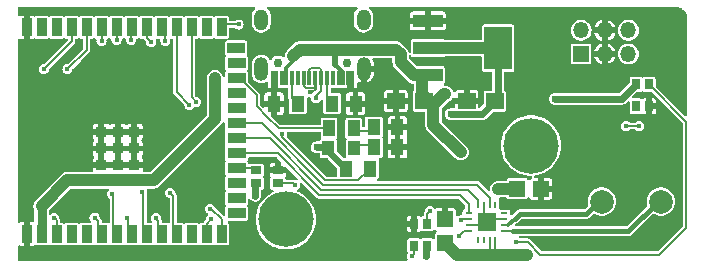
<source format=gtl>
G04 #@! TF.GenerationSoftware,KiCad,Pcbnew,8.0.8-8.0.8-0~ubuntu22.04.1*
G04 #@! TF.CreationDate,2025-02-19T20:45:30+01:00*
G04 #@! TF.ProjectId,kicad_makespace_tutorial,6b696361-645f-46d6-916b-657370616365,v1*
G04 #@! TF.SameCoordinates,Original*
G04 #@! TF.FileFunction,Copper,L1,Top*
G04 #@! TF.FilePolarity,Positive*
%FSLAX46Y46*%
G04 Gerber Fmt 4.6, Leading zero omitted, Abs format (unit mm)*
G04 Created by KiCad (PCBNEW 8.0.8-8.0.8-0~ubuntu22.04.1) date 2025-02-19 20:45:30*
%MOMM*%
%LPD*%
G01*
G04 APERTURE LIST*
G04 #@! TA.AperFunction,SMDPad,CuDef*
%ADD10R,0.700000X0.900000*%
G04 #@! TD*
G04 #@! TA.AperFunction,SMDPad,CuDef*
%ADD11R,0.900000X0.700000*%
G04 #@! TD*
G04 #@! TA.AperFunction,SMDPad,CuDef*
%ADD12R,1.130000X1.380000*%
G04 #@! TD*
G04 #@! TA.AperFunction,ComponentPad*
%ADD13C,2.000000*%
G04 #@! TD*
G04 #@! TA.AperFunction,SMDPad,CuDef*
%ADD14R,0.900000X1.500000*%
G04 #@! TD*
G04 #@! TA.AperFunction,SMDPad,CuDef*
%ADD15R,1.500000X0.900000*%
G04 #@! TD*
G04 #@! TA.AperFunction,SMDPad,CuDef*
%ADD16R,0.900000X0.900000*%
G04 #@! TD*
G04 #@! TA.AperFunction,ComponentPad*
%ADD17C,4.700000*%
G04 #@! TD*
G04 #@! TA.AperFunction,SMDPad,CuDef*
%ADD18R,1.500000X1.360000*%
G04 #@! TD*
G04 #@! TA.AperFunction,SMDPad,CuDef*
%ADD19R,1.000000X1.250000*%
G04 #@! TD*
G04 #@! TA.AperFunction,SMDPad,CuDef*
%ADD20R,2.500000X1.100000*%
G04 #@! TD*
G04 #@! TA.AperFunction,SMDPad,CuDef*
%ADD21R,2.340000X3.600000*%
G04 #@! TD*
G04 #@! TA.AperFunction,ComponentPad*
%ADD22C,0.750000*%
G04 #@! TD*
G04 #@! TA.AperFunction,ComponentPad*
%ADD23O,1.200000X2.000000*%
G04 #@! TD*
G04 #@! TA.AperFunction,ComponentPad*
%ADD24O,1.200000X1.800000*%
G04 #@! TD*
G04 #@! TA.AperFunction,SMDPad,CuDef*
%ADD25R,0.300000X1.300000*%
G04 #@! TD*
G04 #@! TA.AperFunction,ComponentPad*
%ADD26R,1.350000X1.350000*%
G04 #@! TD*
G04 #@! TA.AperFunction,ComponentPad*
%ADD27O,1.350000X1.350000*%
G04 #@! TD*
G04 #@! TA.AperFunction,SMDPad,CuDef*
%ADD28R,1.410000X1.350000*%
G04 #@! TD*
G04 #@! TA.AperFunction,SMDPad,CuDef*
%ADD29R,1.350000X1.410000*%
G04 #@! TD*
G04 #@! TA.AperFunction,SMDPad,CuDef*
%ADD30R,0.600000X0.250000*%
G04 #@! TD*
G04 #@! TA.AperFunction,SMDPad,CuDef*
%ADD31R,0.250000X0.600000*%
G04 #@! TD*
G04 #@! TA.AperFunction,SMDPad,CuDef*
%ADD32R,1.500000X1.500000*%
G04 #@! TD*
G04 #@! TA.AperFunction,SMDPad,CuDef*
%ADD33R,1.000000X1.400000*%
G04 #@! TD*
G04 #@! TA.AperFunction,ViaPad*
%ADD34C,0.600000*%
G04 #@! TD*
G04 #@! TA.AperFunction,ViaPad*
%ADD35C,0.450000*%
G04 #@! TD*
G04 #@! TA.AperFunction,Conductor*
%ADD36C,0.600000*%
G04 #@! TD*
G04 #@! TA.AperFunction,Conductor*
%ADD37C,0.800000*%
G04 #@! TD*
G04 #@! TA.AperFunction,Conductor*
%ADD38C,1.000000*%
G04 #@! TD*
G04 #@! TA.AperFunction,Conductor*
%ADD39C,0.160000*%
G04 #@! TD*
G04 #@! TA.AperFunction,Conductor*
%ADD40C,0.300000*%
G04 #@! TD*
G04 #@! TA.AperFunction,Conductor*
%ADD41C,0.200000*%
G04 #@! TD*
G04 #@! TA.AperFunction,Conductor*
%ADD42C,0.500000*%
G04 #@! TD*
G04 #@! TA.AperFunction,Conductor*
%ADD43C,0.400000*%
G04 #@! TD*
G04 APERTURE END LIST*
D10*
G04 #@! TO.P,LED5,1,DO*
G04 #@! TO.N,unconnected-(LED5-DO-Pad1)*
X59650000Y-8920000D03*
G04 #@! TO.P,LED5,2,GND*
G04 #@! TO.N,GND*
X60750000Y-8920000D03*
G04 #@! TO.P,LED5,3,DI*
G04 #@! TO.N,Net-(LED4-DO)*
X60750000Y-7080000D03*
G04 #@! TO.P,LED5,4,VDD*
G04 #@! TO.N,/WLED_VDD*
X59650000Y-7080000D03*
G04 #@! TD*
D11*
G04 #@! TO.P,LED3,1,DO*
G04 #@! TO.N,Net-(LED3-DO)*
X29320000Y-15450000D03*
G04 #@! TO.P,LED3,2,GND*
G04 #@! TO.N,GND*
X29320000Y-14350000D03*
G04 #@! TO.P,LED3,3,DI*
G04 #@! TO.N,/WLED*
X27480000Y-14350000D03*
G04 #@! TO.P,LED3,4,VDD*
G04 #@! TO.N,/WLED_VDD*
X27480000Y-15450000D03*
G04 #@! TD*
D12*
G04 #@! TO.P,R1,1,1*
G04 #@! TO.N,/ESP_EN*
X37100000Y-14200000D03*
G04 #@! TO.P,R1,2,2*
G04 #@! TO.N,/3V3*
X35100000Y-14200000D03*
G04 #@! TD*
D10*
G04 #@! TO.P,LED4,1,DO*
G04 #@! TO.N,Net-(LED4-DO)*
X41950000Y-18880000D03*
G04 #@! TO.P,LED4,2,GND*
G04 #@! TO.N,GND*
X40850000Y-18880000D03*
G04 #@! TO.P,LED4,3,DI*
G04 #@! TO.N,Net-(LED3-DO)*
X40850000Y-20720000D03*
G04 #@! TO.P,LED4,4,VDD*
G04 #@! TO.N,/WLED_VDD*
X41950000Y-20720000D03*
G04 #@! TD*
D13*
G04 #@! TO.P,J1,1,Pin_1*
G04 #@! TO.N,Net-(J1-Pin_1)*
X56750000Y-17000000D03*
G04 #@! TO.P,J1,2,Pin_2*
G04 #@! TO.N,Net-(J1-Pin_2)*
X61750000Y-17000000D03*
G04 #@! TD*
D14*
G04 #@! TO.P,U5,1,GND*
G04 #@! TO.N,GND*
X8047500Y-19750000D03*
G04 #@! TO.P,U5,2,3V3*
G04 #@! TO.N,/3V3*
X9317500Y-19750000D03*
G04 #@! TO.P,U5,3,EN*
G04 #@! TO.N,/ESP_EN*
X10587500Y-19750000D03*
G04 #@! TO.P,U5,4,IO4*
G04 #@! TO.N,unconnected-(U5-IO4-Pad4)*
X11857500Y-19750000D03*
G04 #@! TO.P,U5,5,IO5*
G04 #@! TO.N,unconnected-(U5-IO5-Pad5)*
X13127500Y-19750000D03*
G04 #@! TO.P,U5,6,IO6*
G04 #@! TO.N,/GPIO_34*
X14397500Y-19750000D03*
G04 #@! TO.P,U5,7,IO7*
G04 #@! TO.N,/GPIO_35*
X15667500Y-19750000D03*
G04 #@! TO.P,U5,8,IO15*
G04 #@! TO.N,/GPIO_32*
X16937500Y-19750000D03*
G04 #@! TO.P,U5,9,IO16*
G04 #@! TO.N,/GPIO_33*
X18207500Y-19750000D03*
G04 #@! TO.P,U5,10,IO17*
G04 #@! TO.N,/GPIO_25*
X19477500Y-19750000D03*
G04 #@! TO.P,U5,11,IO18*
G04 #@! TO.N,/GPIO_26*
X20747500Y-19750000D03*
G04 #@! TO.P,U5,12,IO8*
G04 #@! TO.N,unconnected-(U5-IO8-Pad12)*
X22017500Y-19750000D03*
G04 #@! TO.P,U5,13,IO19*
G04 #@! TO.N,/USB_N*
X23287500Y-19750000D03*
G04 #@! TO.P,U5,14,IO20*
G04 #@! TO.N,/USB_P*
X24557500Y-19750000D03*
D15*
G04 #@! TO.P,U5,15,IO3*
G04 #@! TO.N,unconnected-(U5-IO3-Pad15)*
X25827500Y-17990000D03*
G04 #@! TO.P,U5,16,IO46*
G04 #@! TO.N,unconnected-(U5-IO46-Pad16)*
X25827500Y-16720000D03*
G04 #@! TO.P,U5,17,IO9*
G04 #@! TO.N,unconnected-(U5-IO9-Pad17)*
X25827500Y-15450000D03*
G04 #@! TO.P,U5,18,IO10*
G04 #@! TO.N,/WLED*
X25827500Y-14180000D03*
G04 #@! TO.P,U5,19,IO11*
G04 #@! TO.N,/I2S_DIN*
X25827500Y-12910000D03*
G04 #@! TO.P,U5,20,IO12*
G04 #@! TO.N,/I2S_BCLK*
X25827500Y-11630000D03*
G04 #@! TO.P,U5,21,IO13*
G04 #@! TO.N,/I2S_LRCLK*
X25827500Y-10370000D03*
G04 #@! TO.P,U5,22,IO14*
G04 #@! TO.N,unconnected-(U5-IO14-Pad22)*
X25827500Y-9100000D03*
G04 #@! TO.P,U5,23,IO21*
G04 #@! TO.N,unconnected-(U5-IO21-Pad23)*
X25827500Y-7830000D03*
G04 #@! TO.P,U5,24,IO47*
G04 #@! TO.N,/ESP_LED*
X25827500Y-6550000D03*
G04 #@! TO.P,U5,25,IO48*
G04 #@! TO.N,unconnected-(U5-IO48-Pad25)*
X25827500Y-5280000D03*
G04 #@! TO.P,U5,26,IO45*
G04 #@! TO.N,unconnected-(U5-IO45-Pad26)*
X25797500Y-4010000D03*
D14*
G04 #@! TO.P,U5,27,IO0*
G04 #@! TO.N,/ESP_PROG*
X24557500Y-2250000D03*
G04 #@! TO.P,U5,28,IO35*
G04 #@! TO.N,unconnected-(U5-IO35-Pad28)*
X23287500Y-2250000D03*
G04 #@! TO.P,U5,29,IO36*
G04 #@! TO.N,/GPIO_4*
X22017500Y-2250000D03*
G04 #@! TO.P,U5,30,IO37*
G04 #@! TO.N,/GPIO_16*
X20747500Y-2250000D03*
G04 #@! TO.P,U5,31,IO38*
G04 #@! TO.N,/GPIO_17*
X19477500Y-2250000D03*
G04 #@! TO.P,U5,32,IO39*
G04 #@! TO.N,/GPIO_5*
X18207500Y-2250000D03*
G04 #@! TO.P,U5,33,IO40*
G04 #@! TO.N,/GPIO_18*
X16937500Y-2250000D03*
G04 #@! TO.P,U5,34,IO41*
G04 #@! TO.N,/GPIO_19*
X15667500Y-2250000D03*
G04 #@! TO.P,U5,35,IO42*
G04 #@! TO.N,/GPIO_21*
X14397500Y-2250000D03*
G04 #@! TO.P,U5,36,RXD0*
G04 #@! TO.N,/ESP_RXD*
X13127500Y-2250000D03*
G04 #@! TO.P,U5,37,TXD0*
G04 #@! TO.N,/ESP_TXD*
X11857500Y-2250000D03*
G04 #@! TO.P,U5,38,IO2*
G04 #@! TO.N,unconnected-(U5-IO2-Pad38)*
X10587500Y-2250000D03*
G04 #@! TO.P,U5,39,IO1*
G04 #@! TO.N,unconnected-(U5-IO1-Pad39)*
X9317500Y-2250000D03*
G04 #@! TO.P,U5,40,GND*
G04 #@! TO.N,GND*
X8047500Y-2250000D03*
D16*
G04 #@! TO.P,U5,41,EPAD*
X14367500Y-13900000D03*
X15767500Y-13900000D03*
X17167500Y-13900000D03*
X14367500Y-12500000D03*
X15767500Y-12500000D03*
X17167500Y-12500000D03*
X14367500Y-11100000D03*
X15767500Y-11100000D03*
X17167500Y-11100000D03*
G04 #@! TD*
D17*
G04 #@! TO.P,H1,1*
G04 #@! TO.N,N/C*
X50750000Y-12250000D03*
G04 #@! TD*
D12*
G04 #@! TO.P,U3,1,1*
G04 #@! TO.N,GND*
X35900000Y-8700000D03*
G04 #@! TO.P,U3,2,2*
G04 #@! TO.N,Net-(USBC1-CC1)*
X33900000Y-8700000D03*
G04 #@! TD*
D18*
G04 #@! TO.P,C1,1,1*
G04 #@! TO.N,/3V3*
X47700000Y-8500000D03*
G04 #@! TO.P,C1,2,2*
G04 #@! TO.N,GND*
X45300000Y-8500000D03*
G04 #@! TD*
D19*
G04 #@! TO.P,LED2,1,K*
G04 #@! TO.N,Net-(LED2-K)*
X35800000Y-12500000D03*
G04 #@! TO.P,LED2,2,A*
G04 #@! TO.N,/3V3*
X33600000Y-12500000D03*
G04 #@! TD*
D12*
G04 #@! TO.P,U2,1,1*
G04 #@! TO.N,GND*
X29000000Y-8700000D03*
G04 #@! TO.P,U2,2,2*
G04 #@! TO.N,Net-(USBC1-CC2)*
X31000000Y-8700000D03*
G04 #@! TD*
D20*
G04 #@! TO.P,U1,1,GND*
G04 #@! TO.N,GND*
X42030000Y-1700000D03*
G04 #@! TO.P,U1,2,VOUT*
G04 #@! TO.N,/3V3*
X42030000Y-4000000D03*
G04 #@! TO.P,U1,3,VIN*
G04 #@! TO.N,/5V*
X42030000Y-6300000D03*
D21*
G04 #@! TO.P,U1,4,VOUT*
G04 #@! TO.N,/3V3*
X47970000Y-4000000D03*
G04 #@! TD*
D22*
G04 #@! TO.P,USBC1,*
G04 #@! TO.N,*
X35150000Y-5262500D03*
X29350000Y-5262500D03*
D23*
G04 #@! TO.P,USBC1,0,SH*
G04 #@! TO.N,GND*
X36580000Y-5762500D03*
G04 #@! TO.P,USBC1,1*
G04 #@! TO.N,N/C*
X27920000Y-5762500D03*
D24*
G04 #@! TO.P,USBC1,2*
X27920000Y-1582500D03*
G04 #@! TO.P,USBC1,3*
X36580000Y-1582500D03*
D25*
G04 #@! TO.P,USBC1,A1,GND*
G04 #@! TO.N,GND*
X35600000Y-6522500D03*
G04 #@! TO.P,USBC1,A4,VBUS*
G04 #@! TO.N,/5V*
X34800000Y-6522500D03*
G04 #@! TO.P,USBC1,A5,CC1*
G04 #@! TO.N,Net-(USBC1-CC1)*
X33500000Y-6522500D03*
G04 #@! TO.P,USBC1,A6,DP1*
G04 #@! TO.N,/USB_P*
X32500000Y-6522500D03*
G04 #@! TO.P,USBC1,A7,DN1*
G04 #@! TO.N,/USB_N*
X32000000Y-6522500D03*
G04 #@! TO.P,USBC1,A8,SBU1*
G04 #@! TO.N,unconnected-(USBC1-SBU1-PadA8)*
X31000000Y-6522500D03*
G04 #@! TO.P,USBC1,A9,VBUS*
G04 #@! TO.N,/5V*
X29700000Y-6522500D03*
G04 #@! TO.P,USBC1,A12,GND*
G04 #@! TO.N,GND*
X28900000Y-6522500D03*
G04 #@! TO.P,USBC1,B1,GND*
X29200000Y-6522500D03*
G04 #@! TO.P,USBC1,B4,VBUS*
G04 #@! TO.N,/5V*
X30000000Y-6522500D03*
G04 #@! TO.P,USBC1,B5,CC2*
G04 #@! TO.N,Net-(USBC1-CC2)*
X30500000Y-6522500D03*
G04 #@! TO.P,USBC1,B6,DP2*
G04 #@! TO.N,/USB_P*
X31500000Y-6522500D03*
G04 #@! TO.P,USBC1,B7,DN2*
G04 #@! TO.N,/USB_N*
X33000000Y-6522500D03*
G04 #@! TO.P,USBC1,B8,SBU2*
G04 #@! TO.N,unconnected-(USBC1-SBU2-PadB8)*
X34000000Y-6522500D03*
G04 #@! TO.P,USBC1,B9,VBUS*
G04 #@! TO.N,/5V*
X34500000Y-6522500D03*
G04 #@! TO.P,USBC1,B12,GND*
G04 #@! TO.N,GND*
X35300000Y-6522500D03*
G04 #@! TD*
D12*
G04 #@! TO.P,R3,1,1*
G04 #@! TO.N,GND*
X39450000Y-12400000D03*
G04 #@! TO.P,R3,2,2*
G04 #@! TO.N,Net-(LED2-K)*
X37450000Y-12400000D03*
G04 #@! TD*
D17*
G04 #@! TO.P,H3,1*
G04 #@! TO.N,N/C*
X30000000Y-18500000D03*
G04 #@! TD*
D26*
G04 #@! TO.P,J3,1,Pin_1*
G04 #@! TO.N,/GPIO_19*
X55000000Y-4500000D03*
D27*
G04 #@! TO.P,J3,2,Pin_2*
G04 #@! TO.N,/GPIO_17*
X55000000Y-2500000D03*
G04 #@! TO.P,J3,3,Pin_3*
G04 #@! TO.N,GND*
X57000000Y-4500000D03*
G04 #@! TO.P,J3,4,Pin_4*
X57000000Y-2500000D03*
G04 #@! TO.P,J3,5,Pin_5*
G04 #@! TO.N,/GPIO_4*
X59000000Y-4500000D03*
G04 #@! TO.P,J3,6,Pin_6*
G04 #@! TO.N,/GPIO_16*
X59000000Y-2500000D03*
G04 #@! TD*
D28*
G04 #@! TO.P,C3,1,1*
G04 #@! TO.N,/5V*
X49600000Y-15900000D03*
G04 #@! TO.P,C3,2,2*
G04 #@! TO.N,GND*
X51600000Y-15900000D03*
G04 #@! TD*
D29*
G04 #@! TO.P,C6,1,1*
G04 #@! TO.N,GND*
X43500000Y-18500000D03*
G04 #@! TO.P,C6,2,2*
G04 #@! TO.N,/5V*
X43500000Y-20500000D03*
G04 #@! TD*
D30*
G04 #@! TO.P,U4,1,DIN*
G04 #@! TO.N,/I2S_DIN*
X45500000Y-18000000D03*
G04 #@! TO.P,U4,2,GAIN_SLOT*
G04 #@! TO.N,/GAIN_SLOT*
X45500000Y-18500000D03*
G04 #@! TO.P,U4,3,GND*
G04 #@! TO.N,GND*
X45500000Y-19000000D03*
G04 #@! TO.P,U4,4,~{SD_MODE}*
G04 #@! TO.N,/SD_MODE*
X45500000Y-19500000D03*
D31*
G04 #@! TO.P,U4,5,N.C.*
G04 #@! TO.N,unconnected-(U4-N.C.-Pad5)*
X46250000Y-20250000D03*
G04 #@! TO.P,U4,6,N.C.*
G04 #@! TO.N,unconnected-(U4-N.C.-Pad6)*
X46750000Y-20250000D03*
G04 #@! TO.P,U4,7,VDD*
G04 #@! TO.N,/5V*
X47250000Y-20250000D03*
G04 #@! TO.P,U4,8,VDD*
X47750000Y-20250000D03*
D30*
G04 #@! TO.P,U4,9,OUTP*
G04 #@! TO.N,Net-(J1-Pin_2)*
X48500000Y-19500000D03*
G04 #@! TO.P,U4,10,OUTN*
G04 #@! TO.N,Net-(J1-Pin_1)*
X48500000Y-19000000D03*
G04 #@! TO.P,U4,11,GND*
G04 #@! TO.N,GND*
X48500000Y-18500000D03*
G04 #@! TO.P,U4,12,N.C.*
G04 #@! TO.N,unconnected-(U4-N.C.-Pad12)*
X48500000Y-18000000D03*
D31*
G04 #@! TO.P,U4,13,N.C.*
G04 #@! TO.N,unconnected-(U4-N.C.-Pad13)*
X47750000Y-17250000D03*
G04 #@! TO.P,U4,14,LRCLK*
G04 #@! TO.N,/I2S_LRCLK*
X47250000Y-17250000D03*
G04 #@! TO.P,U4,15,GND*
G04 #@! TO.N,GND*
X46750000Y-17250000D03*
G04 #@! TO.P,U4,16,BCLK*
G04 #@! TO.N,/I2S_BCLK*
X46250000Y-17250000D03*
D32*
G04 #@! TO.P,U4,17,EP*
G04 #@! TO.N,GND*
X47000000Y-18750000D03*
G04 #@! TD*
D12*
G04 #@! TO.P,R8,1,1*
G04 #@! TO.N,GND*
X39450000Y-10700000D03*
G04 #@! TO.P,R8,2,2*
G04 #@! TO.N,Net-(LED1--)*
X37450000Y-10700000D03*
G04 #@! TD*
D18*
G04 #@! TO.P,C2,1,1*
G04 #@! TO.N,/5V*
X41700000Y-8500000D03*
G04 #@! TO.P,C2,2,2*
G04 #@! TO.N,GND*
X39300000Y-8500000D03*
G04 #@! TD*
D33*
G04 #@! TO.P,LED1,1,+*
G04 #@! TO.N,/ESP_LED*
X33650000Y-10800000D03*
G04 #@! TO.P,LED1,2,-*
G04 #@! TO.N,Net-(LED1--)*
X35750000Y-10800000D03*
G04 #@! TD*
D34*
G04 #@! TO.N,/3V3*
X43950000Y-9600000D03*
X24000000Y-6550000D03*
X32600000Y-12400000D03*
X44800000Y-4000000D03*
X20500000Y-13500000D03*
G04 #@! TO.N,GND*
X26200000Y-20600000D03*
X8700000Y-13600000D03*
X59700000Y-17550000D03*
X9600000Y-4750000D03*
X11300000Y-17700000D03*
X48600000Y-14500000D03*
X51800000Y-18750000D03*
X46750000Y-19000000D03*
X41500000Y-11900000D03*
X47600000Y-10400000D03*
X53400000Y-18800000D03*
X44000000Y-6400000D03*
X46400000Y-6400000D03*
X56050000Y-20300000D03*
X32500000Y-1800000D03*
X12900000Y-5700000D03*
X51650000Y-20400000D03*
X56700000Y-18650000D03*
X58250000Y-20400000D03*
X58450000Y-18450000D03*
X9900000Y-10500000D03*
X38900000Y-1800000D03*
X33600000Y-17900000D03*
X54400000Y-12600000D03*
X47700000Y-13400000D03*
X32900000Y-20900000D03*
X23600000Y-16500000D03*
X51150000Y-17150000D03*
X27900000Y-7400000D03*
X53650000Y-20350000D03*
X44800000Y-14600000D03*
X45000000Y-1700000D03*
X23000000Y-13500000D03*
X49900000Y-3600000D03*
X54550000Y-17200000D03*
X38600000Y-6400000D03*
X41400000Y-17300000D03*
X61100000Y-19100000D03*
X47250000Y-18500000D03*
X40100000Y-17300000D03*
X31500000Y-12100000D03*
X46400000Y-11500000D03*
X49400000Y-6500000D03*
G04 #@! TO.N,/5V*
X44800000Y-12800000D03*
X50450000Y-21500000D03*
X48000000Y-15950000D03*
X42500000Y-10500000D03*
X43500000Y-7900000D03*
D35*
G04 #@! TO.N,/SD_MODE*
X58800000Y-10600000D03*
X44700000Y-19900000D03*
X59900000Y-10600000D03*
G04 #@! TO.N,/GAIN_SLOT*
X44800000Y-18590000D03*
G04 #@! TO.N,/ESP_PROG*
X26000000Y-2000000D03*
G04 #@! TO.N,/ESP_EN*
X10400000Y-18400000D03*
X29700000Y-11300000D03*
G04 #@! TO.N,/USB_N*
X32547488Y-8249936D03*
X23680000Y-18510000D03*
G04 #@! TO.N,/ESP_TXD*
X9500000Y-5800000D03*
G04 #@! TO.N,/ESP_RXD*
X11500000Y-5800000D03*
G04 #@! TO.N,/USB_P*
X23560000Y-17610000D03*
X32052512Y-7754960D03*
G04 #@! TO.N,/GPIO_21*
X14397500Y-3400000D03*
G04 #@! TO.N,/GPIO_19*
X15667500Y-3300000D03*
G04 #@! TO.N,/GPIO_16*
X21830000Y-8840000D03*
G04 #@! TO.N,/GPIO_17*
X19800000Y-3400000D03*
G04 #@! TO.N,/GPIO_5*
X18600000Y-3500000D03*
G04 #@! TO.N,/GPIO_18*
X16900000Y-3300000D03*
G04 #@! TO.N,/GPIO_4*
X22400000Y-8550000D03*
G04 #@! TO.N,/GPIO_35*
X15300000Y-16350000D03*
G04 #@! TO.N,/GPIO_25*
X19000000Y-18400000D03*
G04 #@! TO.N,/GPIO_32*
X16550000Y-18400000D03*
G04 #@! TO.N,/GPIO_26*
X20200000Y-16250000D03*
G04 #@! TO.N,/GPIO_34*
X13800000Y-18350000D03*
G04 #@! TO.N,/GPIO_33*
X17850000Y-16150000D03*
D34*
G04 #@! TO.N,/WLED_VDD*
X27400000Y-16500000D03*
X41900000Y-21600000D03*
X52800000Y-8300000D03*
D35*
G04 #@! TO.N,Net-(LED3-DO)*
X30800000Y-15600000D03*
X40650000Y-21600000D03*
G04 #@! TO.N,Net-(LED4-DO)*
X49500000Y-20400000D03*
X42200000Y-17800000D03*
G04 #@! TD*
D36*
G04 #@! TO.N,/3V3*
X33600000Y-12500000D02*
X33600000Y-12700000D01*
D37*
X9317500Y-19750000D02*
X9317500Y-17382500D01*
D36*
X46600000Y-9600000D02*
X47700000Y-8500000D01*
X47970000Y-4000000D02*
X47970000Y-8230000D01*
X43950000Y-9600000D02*
X46600000Y-9600000D01*
D38*
X9317500Y-17382500D02*
X11500000Y-15200000D01*
D36*
X33600000Y-12700000D02*
X35100000Y-14200000D01*
D38*
X24000000Y-10000000D02*
X24000000Y-6550000D01*
X18800000Y-15200000D02*
X24000000Y-10000000D01*
X11500000Y-15200000D02*
X18800000Y-15200000D01*
D36*
X32600000Y-12400000D02*
X33500000Y-12400000D01*
X33500000Y-12400000D02*
X33600000Y-12500000D01*
D38*
X42030000Y-4000000D02*
X47970000Y-4000000D01*
D39*
G04 #@! TO.N,GND*
X46750000Y-17250000D02*
X46750000Y-18500000D01*
X45500000Y-19000000D02*
X46750000Y-19000000D01*
X48500000Y-18500000D02*
X47250000Y-18500000D01*
D38*
G04 #@! TO.N,/5V*
X31162500Y-4137500D02*
X30600000Y-4700000D01*
X41560000Y-7860000D02*
X42500000Y-8800000D01*
D40*
X30600000Y-5108516D02*
X30600000Y-4700000D01*
X34800000Y-6008516D02*
X34200000Y-5408516D01*
D38*
X39710000Y-4510000D02*
X39337500Y-4137500D01*
D40*
X30000000Y-5708516D02*
X30600000Y-5108516D01*
D38*
X42500000Y-8800000D02*
X43400000Y-7900000D01*
D41*
X47250000Y-20250000D02*
X47250000Y-21450000D01*
D38*
X44800000Y-12800000D02*
X42500000Y-10500000D01*
X40860000Y-6300000D02*
X41560000Y-6300000D01*
D41*
X47750000Y-20250000D02*
X47750000Y-21500000D01*
D38*
X41560000Y-7450000D02*
X41560000Y-7860000D01*
X34200000Y-4137500D02*
X31162500Y-4137500D01*
D40*
X30000000Y-6522500D02*
X30000000Y-5708516D01*
D38*
X39710000Y-5150000D02*
X40860000Y-6300000D01*
X48000000Y-15950000D02*
X49320000Y-15950000D01*
X41560000Y-6300000D02*
X41560000Y-7450000D01*
X42500000Y-10500000D02*
X42500000Y-8800000D01*
X43400000Y-7900000D02*
X43500000Y-7900000D01*
X44500000Y-21500000D02*
X43500000Y-20500000D01*
X41560000Y-7450000D02*
X41560000Y-8360000D01*
X39710000Y-4510000D02*
X39710000Y-5150000D01*
X50450000Y-21500000D02*
X44500000Y-21500000D01*
X39337500Y-4137500D02*
X34200000Y-4137500D01*
D40*
X34800000Y-6522500D02*
X34800000Y-6008516D01*
D42*
X34200000Y-5408516D02*
X34200000Y-4137500D01*
D43*
G04 #@! TO.N,Net-(J1-Pin_2)*
X49250000Y-19500000D02*
X59000000Y-19500000D01*
X59000000Y-19500000D02*
X61500000Y-17000000D01*
D41*
X49250000Y-19500000D02*
X48500000Y-19500000D01*
D43*
G04 #@! TO.N,Net-(J1-Pin_1)*
X56500000Y-17000000D02*
X55450000Y-18050000D01*
D41*
X48850000Y-19000000D02*
X48500000Y-19000000D01*
D43*
X49800000Y-18050000D02*
X49400000Y-18450000D01*
D40*
X49400000Y-18450000D02*
X48850000Y-19000000D01*
D43*
X55450000Y-18050000D02*
X49800000Y-18050000D01*
D39*
G04 #@! TO.N,/SD_MODE*
X44700000Y-19900000D02*
X45100000Y-19500000D01*
X45100000Y-19500000D02*
X45500000Y-19500000D01*
X58800000Y-10600000D02*
X59900000Y-10600000D01*
G04 #@! TO.N,/GAIN_SLOT*
X44890000Y-18500000D02*
X45500000Y-18500000D01*
X44800000Y-18590000D02*
X44890000Y-18500000D01*
G04 #@! TO.N,/ESP_LED*
X27530000Y-7972500D02*
X26107500Y-6550000D01*
X27530000Y-8930000D02*
X27530000Y-7972500D01*
X28400000Y-9800000D02*
X29400000Y-10800000D01*
X29400000Y-10800000D02*
X33650000Y-10800000D01*
X28400000Y-9800000D02*
X27530000Y-8930000D01*
X26107500Y-6550000D02*
X25827500Y-6550000D01*
G04 #@! TO.N,Net-(USBC1-CC1)*
X33500000Y-6522500D02*
X33500000Y-8300000D01*
X33500000Y-8300000D02*
X33900000Y-8700000D01*
G04 #@! TO.N,Net-(USBC1-CC2)*
X30500000Y-8200000D02*
X31000000Y-8700000D01*
X30500000Y-6522500D02*
X30500000Y-8200000D01*
G04 #@! TO.N,/ESP_PROG*
X24807500Y-2000000D02*
X24557500Y-2250000D01*
X26000000Y-2000000D02*
X24807500Y-2000000D01*
G04 #@! TO.N,/ESP_EN*
X10587500Y-19750000D02*
X10587500Y-18587500D01*
X36110000Y-15190000D02*
X37100000Y-14200000D01*
X29700000Y-11540344D02*
X33349656Y-15190000D01*
X29700000Y-11300000D02*
X29700000Y-11540344D01*
X10587500Y-18587500D02*
X10400000Y-18400000D01*
X33349656Y-15190000D02*
X36110000Y-15190000D01*
D41*
G04 #@! TO.N,/USB_N*
X32975000Y-7047500D02*
X32975000Y-7645647D01*
X23287500Y-18902500D02*
X23287500Y-19750000D01*
X32150000Y-5672500D02*
X32850000Y-5672500D01*
X32547488Y-8073159D02*
X32547488Y-8249936D01*
X23680000Y-18510000D02*
X23287500Y-18902500D01*
X32850000Y-5672500D02*
X33000000Y-5822500D01*
X33000000Y-6522500D02*
X33000000Y-7022500D01*
X32975000Y-7645647D02*
X32547488Y-8073159D01*
X33000000Y-7022500D02*
X32975000Y-7047500D01*
X33000000Y-5822500D02*
X33000000Y-6522500D01*
X32000000Y-6522500D02*
X32000000Y-5822500D01*
X32000000Y-5822500D02*
X32150000Y-5672500D01*
D39*
G04 #@! TO.N,/ESP_TXD*
X11857500Y-2250000D02*
X11857500Y-3442500D01*
X11857500Y-3442500D02*
X9500000Y-5800000D01*
G04 #@! TO.N,/ESP_RXD*
X13127500Y-2250000D02*
X13127500Y-4172500D01*
X13127500Y-4172500D02*
X11500000Y-5800000D01*
D41*
G04 #@! TO.N,/USB_P*
X32229289Y-7754960D02*
X32052512Y-7754960D01*
X31500000Y-6522500D02*
X31500000Y-7200000D01*
X32350000Y-7372500D02*
X32500000Y-7222500D01*
X32500000Y-7022500D02*
X32525000Y-7047500D01*
X31672500Y-7372500D02*
X32350000Y-7372500D01*
X32525000Y-7047500D02*
X32525000Y-7459249D01*
X32500000Y-6522500D02*
X32500000Y-7022500D01*
X24557500Y-18482862D02*
X24557500Y-19750000D01*
X31500000Y-7200000D02*
X31672500Y-7372500D01*
X32525000Y-7459249D02*
X32229289Y-7754960D01*
X32500000Y-7222500D02*
X32500000Y-6522500D01*
X23560000Y-17610000D02*
X23684638Y-17610000D01*
X23684638Y-17610000D02*
X24557500Y-18482862D01*
D39*
G04 #@! TO.N,/I2S_BCLK*
X25827500Y-11630000D02*
X28630000Y-11630000D01*
X33010000Y-16010000D02*
X45410000Y-16010000D01*
X46250000Y-16850000D02*
X46250000Y-17250000D01*
X45410000Y-16010000D02*
X46250000Y-16850000D01*
X28630000Y-11630000D02*
X33010000Y-16010000D01*
G04 #@! TO.N,/I2S_LRCLK*
X33179828Y-15600000D02*
X27949828Y-10370000D01*
X27949828Y-10370000D02*
X25827500Y-10370000D01*
X47250000Y-17250000D02*
X47250000Y-16665000D01*
X46185000Y-15600000D02*
X33179828Y-15600000D01*
X47250000Y-16665000D02*
X46185000Y-15600000D01*
G04 #@! TO.N,/I2S_DIN*
X25827500Y-12910000D02*
X29330172Y-12910000D01*
X44720000Y-16420000D02*
X45500000Y-17200000D01*
X32840172Y-16420000D02*
X44720000Y-16420000D01*
X29330172Y-12910000D02*
X32840172Y-16420000D01*
X45500000Y-17200000D02*
X45500000Y-18000000D01*
G04 #@! TO.N,/GPIO_21*
X14397500Y-3400000D02*
X14397500Y-2250000D01*
G04 #@! TO.N,/GPIO_19*
X15667500Y-3300000D02*
X15667500Y-2250000D01*
G04 #@! TO.N,/GPIO_16*
X20747500Y-7757500D02*
X20747500Y-2250000D01*
X21830000Y-8840000D02*
X20747500Y-7757500D01*
G04 #@! TO.N,/GPIO_17*
X19800000Y-2572500D02*
X19477500Y-2250000D01*
X19800000Y-3400000D02*
X19800000Y-2572500D01*
G04 #@! TO.N,/GPIO_5*
X18600000Y-3500000D02*
X18207500Y-3107500D01*
X18207500Y-3107500D02*
X18207500Y-2250000D01*
G04 #@! TO.N,/GPIO_18*
X16900000Y-2587500D02*
X16937500Y-2550000D01*
X16937500Y-2550000D02*
X16937500Y-2250000D01*
X16900000Y-3300000D02*
X16900000Y-2587500D01*
G04 #@! TO.N,/GPIO_4*
X22400000Y-8550000D02*
X22017500Y-8167500D01*
X22017500Y-8167500D02*
X22017500Y-2250000D01*
G04 #@! TO.N,/GPIO_35*
X15397500Y-20000000D02*
X15397500Y-16447500D01*
X15397500Y-16447500D02*
X15300000Y-16350000D01*
G04 #@! TO.N,/GPIO_25*
X19207500Y-18607500D02*
X19000000Y-18400000D01*
X19207500Y-20000000D02*
X19207500Y-18607500D01*
G04 #@! TO.N,/GPIO_32*
X16667500Y-18517500D02*
X16550000Y-18400000D01*
X16667500Y-20000000D02*
X16667500Y-18517500D01*
G04 #@! TO.N,/GPIO_26*
X20477500Y-20000000D02*
X20477500Y-16527500D01*
X20477500Y-16527500D02*
X20200000Y-16250000D01*
G04 #@! TO.N,/GPIO_34*
X14127500Y-20000000D02*
X14127500Y-18677500D01*
X14127500Y-18677500D02*
X13800000Y-18350000D01*
G04 #@! TO.N,/GPIO_33*
X17937500Y-16237500D02*
X17850000Y-16150000D01*
X17937500Y-20000000D02*
X17937500Y-16237500D01*
G04 #@! TO.N,unconnected-(U5-IO48-Pad25)*
X25827500Y-5280000D02*
X26127500Y-5280000D01*
G04 #@! TO.N,Net-(LED1--)*
X36050000Y-11000000D02*
X37300000Y-11000000D01*
G04 #@! TO.N,Net-(LED2-K)*
X36050000Y-12200000D02*
X37300000Y-12200000D01*
D36*
G04 #@! TO.N,/WLED_VDD*
X58430000Y-8300000D02*
X59650000Y-7080000D01*
X52800000Y-8300000D02*
X58430000Y-8300000D01*
X27400000Y-15530000D02*
X27480000Y-15450000D01*
X27400000Y-16500000D02*
X27400000Y-15530000D01*
X41900000Y-20770000D02*
X41950000Y-20720000D01*
X41900000Y-21600000D02*
X41900000Y-20770000D01*
D39*
G04 #@! TO.N,Net-(LED3-DO)*
X30650000Y-15450000D02*
X30800000Y-15600000D01*
X40850000Y-21400000D02*
X40850000Y-20720000D01*
X29320000Y-15450000D02*
X30650000Y-15450000D01*
X40650000Y-21600000D02*
X40850000Y-21400000D01*
G04 #@! TO.N,/WLED*
X25827500Y-14180000D02*
X27310000Y-14180000D01*
X27310000Y-14180000D02*
X27480000Y-14350000D01*
G04 #@! TO.N,Net-(LED4-DO)*
X63900000Y-19200000D02*
X63900000Y-10230000D01*
X63900000Y-10230000D02*
X60750000Y-7080000D01*
X41950000Y-18050000D02*
X42200000Y-17800000D01*
X50460000Y-20400000D02*
X51560000Y-21500000D01*
X49500000Y-20400000D02*
X50460000Y-20400000D01*
X41950000Y-18880000D02*
X41950000Y-18050000D01*
X61600000Y-21500000D02*
X63900000Y-19200000D01*
X51560000Y-21500000D02*
X61600000Y-21500000D01*
G04 #@! TD*
G04 #@! TA.AperFunction,Conductor*
G04 #@! TO.N,GND*
G36*
X27389106Y-519406D02*
G01*
X27425070Y-568906D01*
X27425070Y-630092D01*
X27400919Y-669503D01*
X27298214Y-772207D01*
X27298211Y-772211D01*
X27210609Y-903314D01*
X27210603Y-903325D01*
X27150263Y-1049001D01*
X27150263Y-1049003D01*
X27119500Y-1203655D01*
X27119500Y-1961344D01*
X27150263Y-2115996D01*
X27150263Y-2115998D01*
X27210603Y-2261674D01*
X27210609Y-2261685D01*
X27263312Y-2340559D01*
X27298211Y-2392789D01*
X27409711Y-2504289D01*
X27482105Y-2552661D01*
X27540814Y-2591890D01*
X27540825Y-2591896D01*
X27594638Y-2614185D01*
X27686503Y-2652237D01*
X27841158Y-2683000D01*
X27841159Y-2683000D01*
X27998841Y-2683000D01*
X27998842Y-2683000D01*
X28153497Y-2652237D01*
X28299179Y-2591894D01*
X28430289Y-2504289D01*
X28541789Y-2392789D01*
X28629394Y-2261679D01*
X28689737Y-2115997D01*
X28720500Y-1961342D01*
X28720500Y-1203658D01*
X28689737Y-1049003D01*
X28656913Y-969758D01*
X28629396Y-903325D01*
X28629390Y-903314D01*
X28594017Y-850376D01*
X28541789Y-772211D01*
X28439081Y-669503D01*
X28411304Y-614986D01*
X28420875Y-554554D01*
X28464140Y-511289D01*
X28509085Y-500499D01*
X35990915Y-500499D01*
X36049106Y-519406D01*
X36085070Y-568906D01*
X36085070Y-630092D01*
X36060919Y-669503D01*
X35958214Y-772207D01*
X35958211Y-772211D01*
X35870609Y-903314D01*
X35870603Y-903325D01*
X35810263Y-1049001D01*
X35810263Y-1049003D01*
X35779500Y-1203655D01*
X35779500Y-1961344D01*
X35810263Y-2115996D01*
X35810263Y-2115998D01*
X35870603Y-2261674D01*
X35870609Y-2261685D01*
X35923312Y-2340559D01*
X35958211Y-2392789D01*
X36069711Y-2504289D01*
X36142105Y-2552661D01*
X36200814Y-2591890D01*
X36200825Y-2591896D01*
X36254638Y-2614185D01*
X36346503Y-2652237D01*
X36501158Y-2683000D01*
X36501159Y-2683000D01*
X36658841Y-2683000D01*
X36658842Y-2683000D01*
X36813497Y-2652237D01*
X36959179Y-2591894D01*
X37090289Y-2504289D01*
X37201789Y-2392789D01*
X37289394Y-2261679D01*
X37349737Y-2115997D01*
X37380500Y-1961342D01*
X37380500Y-1950001D01*
X40530000Y-1950001D01*
X40530000Y-2274624D01*
X40544506Y-2347546D01*
X40544507Y-2347548D01*
X40599758Y-2430237D01*
X40599762Y-2430241D01*
X40682451Y-2485492D01*
X40682453Y-2485493D01*
X40755375Y-2499999D01*
X40755377Y-2500000D01*
X41779999Y-2500000D01*
X41780000Y-2499999D01*
X41780000Y-1950001D01*
X42280000Y-1950001D01*
X42280000Y-2499999D01*
X42280001Y-2500000D01*
X43304623Y-2500000D01*
X43304624Y-2499999D01*
X43377546Y-2485493D01*
X43377548Y-2485492D01*
X43460237Y-2430241D01*
X43460241Y-2430237D01*
X43515492Y-2347548D01*
X43515493Y-2347546D01*
X43529999Y-2274624D01*
X43530000Y-2274622D01*
X43530000Y-1950001D01*
X43529999Y-1950000D01*
X42280001Y-1950000D01*
X42280000Y-1950001D01*
X41780000Y-1950001D01*
X41779999Y-1950000D01*
X40530001Y-1950000D01*
X40530000Y-1950001D01*
X37380500Y-1950001D01*
X37380500Y-1203658D01*
X37364928Y-1125375D01*
X40530000Y-1125375D01*
X40530000Y-1449999D01*
X40530001Y-1450000D01*
X41779999Y-1450000D01*
X41780000Y-1449999D01*
X41780000Y-900001D01*
X42280000Y-900001D01*
X42280000Y-1449999D01*
X42280001Y-1450000D01*
X43529999Y-1450000D01*
X43530000Y-1449999D01*
X43530000Y-1125377D01*
X43529999Y-1125375D01*
X43515493Y-1052453D01*
X43515492Y-1052451D01*
X43460241Y-969762D01*
X43460237Y-969758D01*
X43377548Y-914507D01*
X43377546Y-914506D01*
X43304624Y-900000D01*
X42280001Y-900000D01*
X42280000Y-900001D01*
X41780000Y-900001D01*
X41779999Y-900000D01*
X40755375Y-900000D01*
X40682453Y-914506D01*
X40682451Y-914507D01*
X40599762Y-969758D01*
X40599758Y-969762D01*
X40544507Y-1052451D01*
X40544506Y-1052453D01*
X40530000Y-1125375D01*
X37364928Y-1125375D01*
X37349737Y-1049003D01*
X37316913Y-969758D01*
X37289396Y-903325D01*
X37289390Y-903314D01*
X37254017Y-850376D01*
X37201789Y-772211D01*
X37099081Y-669503D01*
X37071304Y-614986D01*
X37080875Y-554554D01*
X37124140Y-511289D01*
X37169085Y-500499D01*
X63060712Y-500499D01*
X63075292Y-501578D01*
X63218737Y-522939D01*
X63234848Y-526737D01*
X63378443Y-573564D01*
X63393694Y-579993D01*
X63527480Y-650093D01*
X63541449Y-658974D01*
X63661682Y-750384D01*
X63673976Y-761470D01*
X63777291Y-871630D01*
X63787567Y-884610D01*
X63871091Y-1010461D01*
X63879059Y-1024970D01*
X63940436Y-1162958D01*
X63945876Y-1178593D01*
X63983408Y-1324897D01*
X63986166Y-1341220D01*
X63999153Y-1496008D01*
X63999500Y-1504285D01*
X63999500Y-9693805D01*
X63980593Y-9751996D01*
X63931093Y-9787960D01*
X63869907Y-9787960D01*
X63830496Y-9763809D01*
X61329496Y-7262809D01*
X61301719Y-7208292D01*
X61300500Y-7192805D01*
X61300500Y-6610253D01*
X61300498Y-6610241D01*
X61296652Y-6590907D01*
X61288867Y-6551769D01*
X61244552Y-6485448D01*
X61244548Y-6485445D01*
X61178233Y-6441134D01*
X61178231Y-6441133D01*
X61178228Y-6441132D01*
X61178227Y-6441132D01*
X61119758Y-6429501D01*
X61119748Y-6429500D01*
X60380252Y-6429500D01*
X60380251Y-6429500D01*
X60380241Y-6429501D01*
X60321772Y-6441132D01*
X60321766Y-6441134D01*
X60255002Y-6485746D01*
X60196114Y-6502355D01*
X60144998Y-6485746D01*
X60078233Y-6441134D01*
X60078231Y-6441133D01*
X60078228Y-6441132D01*
X60078227Y-6441132D01*
X60019758Y-6429501D01*
X60019748Y-6429500D01*
X59280252Y-6429500D01*
X59280251Y-6429500D01*
X59280241Y-6429501D01*
X59221772Y-6441132D01*
X59221766Y-6441134D01*
X59155451Y-6485445D01*
X59155445Y-6485451D01*
X59111134Y-6551766D01*
X59111132Y-6551772D01*
X59099501Y-6610241D01*
X59099500Y-6610253D01*
X59099500Y-6881678D01*
X59080593Y-6939869D01*
X59070504Y-6951682D01*
X58251682Y-7770504D01*
X58197165Y-7798281D01*
X58181678Y-7799500D01*
X52728035Y-7799500D01*
X52665845Y-7817761D01*
X52663579Y-7818397D01*
X52606815Y-7833607D01*
X52600818Y-7836091D01*
X52600589Y-7835539D01*
X52590245Y-7839958D01*
X52589954Y-7840043D01*
X52589944Y-7840048D01*
X52541410Y-7871238D01*
X52537391Y-7873688D01*
X52492684Y-7899500D01*
X52492682Y-7899502D01*
X52491658Y-7900527D01*
X52475200Y-7913789D01*
X52468872Y-7917856D01*
X52468871Y-7917857D01*
X52435768Y-7956059D01*
X52430956Y-7961227D01*
X52399500Y-7992685D01*
X52399499Y-7992686D01*
X52395172Y-8000180D01*
X52384266Y-8015496D01*
X52374622Y-8026627D01*
X52374621Y-8026628D01*
X52356591Y-8066107D01*
X52352277Y-8074475D01*
X52333608Y-8106813D01*
X52333607Y-8106813D01*
X52329507Y-8122117D01*
X52323938Y-8137608D01*
X52316605Y-8153668D01*
X52314835Y-8157543D01*
X52309674Y-8193430D01*
X52307310Y-8204953D01*
X52299500Y-8234104D01*
X52299500Y-8257122D01*
X52298492Y-8271211D01*
X52294353Y-8299998D01*
X52294353Y-8300001D01*
X52298492Y-8328786D01*
X52299500Y-8342876D01*
X52299500Y-8365893D01*
X52307310Y-8395042D01*
X52309675Y-8406572D01*
X52314835Y-8442457D01*
X52323937Y-8462388D01*
X52329506Y-8477881D01*
X52332516Y-8489111D01*
X52333608Y-8493186D01*
X52352277Y-8525523D01*
X52356592Y-8533893D01*
X52374622Y-8573373D01*
X52384259Y-8584494D01*
X52395172Y-8599820D01*
X52399497Y-8607310D01*
X52399498Y-8607311D01*
X52399500Y-8607314D01*
X52422427Y-8630241D01*
X52430961Y-8638775D01*
X52435764Y-8643934D01*
X52468872Y-8682143D01*
X52475186Y-8686201D01*
X52491662Y-8699476D01*
X52492686Y-8700500D01*
X52533256Y-8723923D01*
X52537392Y-8726311D01*
X52541414Y-8728763D01*
X52574461Y-8750001D01*
X52589947Y-8759953D01*
X52590046Y-8759982D01*
X52590215Y-8760032D01*
X52600584Y-8764474D01*
X52600819Y-8763909D01*
X52606809Y-8766389D01*
X52606814Y-8766392D01*
X52663579Y-8781601D01*
X52665813Y-8782228D01*
X52676814Y-8785458D01*
X52728033Y-8800499D01*
X52728038Y-8800499D01*
X52728039Y-8800500D01*
X52728040Y-8800500D01*
X58495890Y-8800500D01*
X58495892Y-8800500D01*
X58623186Y-8766392D01*
X58623188Y-8766390D01*
X58623190Y-8766390D01*
X58737309Y-8700503D01*
X58737309Y-8700502D01*
X58737314Y-8700500D01*
X58930498Y-8507315D01*
X58985013Y-8479540D01*
X59045445Y-8489111D01*
X59088710Y-8532376D01*
X59099500Y-8577321D01*
X59099500Y-9389746D01*
X59099501Y-9389758D01*
X59111132Y-9448227D01*
X59111134Y-9448233D01*
X59145231Y-9499262D01*
X59155448Y-9514552D01*
X59155451Y-9514554D01*
X59208853Y-9550237D01*
X59221769Y-9558867D01*
X59266231Y-9567711D01*
X59280241Y-9570498D01*
X59280246Y-9570498D01*
X59280252Y-9570500D01*
X59280253Y-9570500D01*
X60019747Y-9570500D01*
X60019748Y-9570500D01*
X60078231Y-9558867D01*
X60100688Y-9543860D01*
X60159572Y-9527252D01*
X60210773Y-9546139D01*
X60211653Y-9544823D01*
X60302451Y-9605492D01*
X60302453Y-9605493D01*
X60375375Y-9619999D01*
X60375377Y-9620000D01*
X60499999Y-9620000D01*
X60500000Y-9619999D01*
X60500000Y-9170001D01*
X61000000Y-9170001D01*
X61000000Y-9619999D01*
X61000001Y-9620000D01*
X61124623Y-9620000D01*
X61124624Y-9619999D01*
X61197546Y-9605493D01*
X61197548Y-9605492D01*
X61280237Y-9550241D01*
X61280241Y-9550237D01*
X61335492Y-9467548D01*
X61335493Y-9467546D01*
X61349999Y-9394624D01*
X61350000Y-9394622D01*
X61350000Y-9170001D01*
X61349999Y-9170000D01*
X61000001Y-9170000D01*
X61000000Y-9170001D01*
X60500000Y-9170001D01*
X60500000Y-8220001D01*
X61000000Y-8220001D01*
X61000000Y-8669999D01*
X61000001Y-8670000D01*
X61349999Y-8670000D01*
X61350000Y-8669999D01*
X61350000Y-8445377D01*
X61349999Y-8445375D01*
X61335493Y-8372453D01*
X61335492Y-8372451D01*
X61280241Y-8289762D01*
X61280237Y-8289758D01*
X61197548Y-8234507D01*
X61197546Y-8234506D01*
X61124624Y-8220000D01*
X61000001Y-8220000D01*
X61000000Y-8220001D01*
X60500000Y-8220001D01*
X60499999Y-8220000D01*
X60375375Y-8220000D01*
X60302453Y-8234506D01*
X60302451Y-8234507D01*
X60211653Y-8295177D01*
X60209564Y-8292051D01*
X60171125Y-8311612D01*
X60110698Y-8302009D01*
X60100687Y-8296138D01*
X60078233Y-8281134D01*
X60078231Y-8281133D01*
X60078228Y-8281132D01*
X60078227Y-8281132D01*
X60019758Y-8269501D01*
X60019748Y-8269500D01*
X59407322Y-8269500D01*
X59349131Y-8250593D01*
X59313167Y-8201093D01*
X59313167Y-8139907D01*
X59337318Y-8100496D01*
X59678318Y-7759496D01*
X59732835Y-7731719D01*
X59748322Y-7730500D01*
X60019747Y-7730500D01*
X60019748Y-7730500D01*
X60078231Y-7718867D01*
X60144552Y-7674552D01*
X60144553Y-7674549D01*
X60144997Y-7674253D01*
X60203885Y-7657644D01*
X60255003Y-7674253D01*
X60255446Y-7674549D01*
X60255448Y-7674552D01*
X60321769Y-7718867D01*
X60359047Y-7726282D01*
X60380241Y-7730498D01*
X60380246Y-7730498D01*
X60380252Y-7730500D01*
X60962806Y-7730500D01*
X61020997Y-7749407D01*
X61032810Y-7759496D01*
X63590504Y-10317190D01*
X63618281Y-10371707D01*
X63619500Y-10387194D01*
X63619500Y-19042805D01*
X63600593Y-19100996D01*
X63590504Y-19112809D01*
X61512810Y-21190504D01*
X61458293Y-21218281D01*
X61442806Y-21219500D01*
X51717195Y-21219500D01*
X51659004Y-21200593D01*
X51647191Y-21190504D01*
X50684457Y-20227771D01*
X50684456Y-20227769D01*
X50632231Y-20175544D01*
X50568269Y-20138616D01*
X50568266Y-20138615D01*
X50551081Y-20134010D01*
X50496931Y-20119500D01*
X50496929Y-20119500D01*
X50496928Y-20119500D01*
X49862256Y-20119500D01*
X49804065Y-20100593D01*
X49792254Y-20090505D01*
X49771253Y-20069505D01*
X49743474Y-20014989D01*
X49753044Y-19954557D01*
X49796308Y-19911291D01*
X49841255Y-19900500D01*
X59052725Y-19900500D01*
X59052727Y-19900500D01*
X59154588Y-19873207D01*
X59154590Y-19873205D01*
X59154592Y-19873205D01*
X59245908Y-19820483D01*
X59245908Y-19820482D01*
X59245913Y-19820480D01*
X61017912Y-18048479D01*
X61072427Y-18020704D01*
X61132859Y-18030275D01*
X61140009Y-18034301D01*
X61212599Y-18079247D01*
X61420060Y-18159618D01*
X61638757Y-18200500D01*
X61861243Y-18200500D01*
X62079940Y-18159618D01*
X62287401Y-18079247D01*
X62476562Y-17962124D01*
X62640981Y-17812236D01*
X62775058Y-17634689D01*
X62874229Y-17435528D01*
X62935115Y-17221536D01*
X62955643Y-17000000D01*
X62935115Y-16778464D01*
X62874229Y-16564472D01*
X62775058Y-16365311D01*
X62640981Y-16187764D01*
X62476562Y-16037876D01*
X62287401Y-15920753D01*
X62079940Y-15840382D01*
X62079939Y-15840381D01*
X62079937Y-15840381D01*
X61861243Y-15799500D01*
X61638757Y-15799500D01*
X61420062Y-15840381D01*
X61386929Y-15853217D01*
X61212599Y-15920753D01*
X61036008Y-16030093D01*
X61023438Y-16037876D01*
X60859116Y-16187676D01*
X60859019Y-16187764D01*
X60837039Y-16216870D01*
X60724943Y-16365309D01*
X60724938Y-16365318D01*
X60635279Y-16545377D01*
X60625771Y-16564472D01*
X60589149Y-16693186D01*
X60564885Y-16778464D01*
X60544357Y-17000000D01*
X60562915Y-17200282D01*
X60564885Y-17221536D01*
X60576247Y-17261472D01*
X60581565Y-17280161D01*
X60579303Y-17341305D01*
X60556348Y-17377257D01*
X58863103Y-19070504D01*
X58808586Y-19098281D01*
X58793099Y-19099500D01*
X49485188Y-19099500D01*
X49426997Y-19080593D01*
X49391033Y-19031093D01*
X49391033Y-18969907D01*
X49415184Y-18930497D01*
X49429700Y-18915981D01*
X49491964Y-18853716D01*
X49536346Y-18828094D01*
X49554588Y-18823207D01*
X49618147Y-18786511D01*
X49645908Y-18770483D01*
X49645908Y-18770482D01*
X49645913Y-18770480D01*
X49861966Y-18554427D01*
X49936898Y-18479496D01*
X49991414Y-18451719D01*
X50006901Y-18450500D01*
X55502725Y-18450500D01*
X55502727Y-18450500D01*
X55604588Y-18423207D01*
X55604590Y-18423205D01*
X55604592Y-18423205D01*
X55695908Y-18370483D01*
X55695908Y-18370482D01*
X55695913Y-18370480D01*
X56017911Y-18048480D01*
X56072426Y-18020704D01*
X56132858Y-18030275D01*
X56140029Y-18034313D01*
X56212599Y-18079247D01*
X56420060Y-18159618D01*
X56638757Y-18200500D01*
X56861243Y-18200500D01*
X57079940Y-18159618D01*
X57287401Y-18079247D01*
X57476562Y-17962124D01*
X57640981Y-17812236D01*
X57775058Y-17634689D01*
X57874229Y-17435528D01*
X57935115Y-17221536D01*
X57955643Y-17000000D01*
X57935115Y-16778464D01*
X57874229Y-16564472D01*
X57775058Y-16365311D01*
X57640981Y-16187764D01*
X57476562Y-16037876D01*
X57287401Y-15920753D01*
X57079940Y-15840382D01*
X57079939Y-15840381D01*
X57079937Y-15840381D01*
X56861243Y-15799500D01*
X56638757Y-15799500D01*
X56420062Y-15840381D01*
X56386929Y-15853217D01*
X56212599Y-15920753D01*
X56036008Y-16030093D01*
X56023438Y-16037876D01*
X55859116Y-16187676D01*
X55859019Y-16187764D01*
X55837039Y-16216870D01*
X55724943Y-16365309D01*
X55724938Y-16365318D01*
X55635279Y-16545377D01*
X55625771Y-16564472D01*
X55564885Y-16778464D01*
X55544357Y-17000000D01*
X55564885Y-17221536D01*
X55564886Y-17221539D01*
X55581565Y-17280163D01*
X55579303Y-17341306D01*
X55556348Y-17377257D01*
X55313104Y-17620503D01*
X55258587Y-17648281D01*
X55243100Y-17649500D01*
X49747273Y-17649500D01*
X49704518Y-17660956D01*
X49645411Y-17676793D01*
X49580430Y-17714311D01*
X49580429Y-17714310D01*
X49554086Y-17729520D01*
X49169503Y-18114103D01*
X49114987Y-18141880D01*
X49054555Y-18132309D01*
X49011290Y-18089044D01*
X49000500Y-18044099D01*
X49000500Y-17855253D01*
X49000498Y-17855241D01*
X48995368Y-17829452D01*
X48988867Y-17796769D01*
X48944552Y-17730448D01*
X48944548Y-17730445D01*
X48878233Y-17686134D01*
X48878231Y-17686133D01*
X48878228Y-17686132D01*
X48878227Y-17686132D01*
X48819758Y-17674501D01*
X48819748Y-17674500D01*
X48180252Y-17674500D01*
X48175388Y-17674500D01*
X48175388Y-17672229D01*
X48124256Y-17660956D01*
X48083660Y-17615178D01*
X48077258Y-17574612D01*
X48075500Y-17574612D01*
X48075500Y-16930253D01*
X48075498Y-16930241D01*
X48069379Y-16899481D01*
X48063867Y-16871769D01*
X48041819Y-16838772D01*
X48018920Y-16804502D01*
X48002311Y-16745614D01*
X48023488Y-16688210D01*
X48074362Y-16654217D01*
X48101235Y-16650500D01*
X48651392Y-16650500D01*
X48709583Y-16669407D01*
X48733707Y-16694498D01*
X48741902Y-16706763D01*
X48750448Y-16719552D01*
X48750451Y-16719554D01*
X48803853Y-16755237D01*
X48816769Y-16763867D01*
X48861231Y-16772711D01*
X48875241Y-16775498D01*
X48875246Y-16775498D01*
X48875252Y-16775500D01*
X48875253Y-16775500D01*
X50324747Y-16775500D01*
X50324748Y-16775500D01*
X50383231Y-16763867D01*
X50449552Y-16719552D01*
X50488280Y-16661592D01*
X50536329Y-16623714D01*
X50597467Y-16621312D01*
X50648340Y-16655305D01*
X50653803Y-16664626D01*
X50654087Y-16664437D01*
X50714758Y-16755237D01*
X50714762Y-16755241D01*
X50797451Y-16810492D01*
X50797453Y-16810493D01*
X50870375Y-16824999D01*
X50870377Y-16825000D01*
X51349999Y-16825000D01*
X51350000Y-16824999D01*
X51350000Y-16150001D01*
X51850000Y-16150001D01*
X51850000Y-16824999D01*
X51850001Y-16825000D01*
X52329623Y-16825000D01*
X52329624Y-16824999D01*
X52402546Y-16810493D01*
X52402548Y-16810492D01*
X52485237Y-16755241D01*
X52485241Y-16755237D01*
X52540492Y-16672548D01*
X52540493Y-16672546D01*
X52554999Y-16599624D01*
X52555000Y-16599622D01*
X52555000Y-16150001D01*
X52554999Y-16150000D01*
X51850001Y-16150000D01*
X51850000Y-16150001D01*
X51350000Y-16150001D01*
X51350000Y-14975001D01*
X51850000Y-14975001D01*
X51850000Y-15649999D01*
X51850001Y-15650000D01*
X52554999Y-15650000D01*
X52555000Y-15649999D01*
X52555000Y-15200377D01*
X52554999Y-15200375D01*
X52540493Y-15127453D01*
X52540492Y-15127451D01*
X52485241Y-15044762D01*
X52485237Y-15044758D01*
X52402548Y-14989507D01*
X52402546Y-14989506D01*
X52329624Y-14975000D01*
X51850001Y-14975000D01*
X51850000Y-14975001D01*
X51350000Y-14975001D01*
X51349999Y-14975000D01*
X51102711Y-14975000D01*
X51044520Y-14956093D01*
X51008556Y-14906593D01*
X51008556Y-14845407D01*
X51044520Y-14795907D01*
X51090303Y-14777781D01*
X51092107Y-14777553D01*
X51228861Y-14760277D01*
X51539706Y-14680466D01*
X51821708Y-14568813D01*
X51838095Y-14562325D01*
X51838097Y-14562324D01*
X52119328Y-14407716D01*
X52378964Y-14219080D01*
X52612911Y-13999390D01*
X52817478Y-13752110D01*
X52977155Y-13500499D01*
X52989431Y-13481155D01*
X52989432Y-13481152D01*
X52989439Y-13481142D01*
X53126084Y-13190758D01*
X53225256Y-12885538D01*
X53285392Y-12570294D01*
X53305543Y-12250000D01*
X53285392Y-11929706D01*
X53225256Y-11614462D01*
X53126084Y-11309242D01*
X53116422Y-11288710D01*
X53041972Y-11130496D01*
X52989439Y-11018858D01*
X52989435Y-11018853D01*
X52989431Y-11018844D01*
X52817478Y-10747890D01*
X52695132Y-10599999D01*
X58369196Y-10599999D01*
X58369196Y-10600000D01*
X58390281Y-10733127D01*
X58390282Y-10733129D01*
X58449831Y-10850000D01*
X58451472Y-10853220D01*
X58546780Y-10948528D01*
X58666874Y-11009719D01*
X58800000Y-11030804D01*
X58933126Y-11009719D01*
X59053220Y-10948528D01*
X59072737Y-10929011D01*
X59092253Y-10909496D01*
X59146770Y-10881719D01*
X59162256Y-10880500D01*
X59537744Y-10880500D01*
X59595935Y-10899407D01*
X59607747Y-10909496D01*
X59643250Y-10944998D01*
X59646780Y-10948528D01*
X59766874Y-11009719D01*
X59900000Y-11030804D01*
X60033126Y-11009719D01*
X60153220Y-10948528D01*
X60248528Y-10853220D01*
X60309719Y-10733126D01*
X60330804Y-10600000D01*
X60309719Y-10466874D01*
X60248528Y-10346780D01*
X60153220Y-10251472D01*
X60153217Y-10251470D01*
X60033129Y-10190282D01*
X60033127Y-10190281D01*
X59900000Y-10169196D01*
X59766872Y-10190281D01*
X59766870Y-10190282D01*
X59646782Y-10251470D01*
X59646778Y-10251473D01*
X59607747Y-10290504D01*
X59553230Y-10318281D01*
X59537744Y-10319500D01*
X59162256Y-10319500D01*
X59104065Y-10300593D01*
X59092253Y-10290504D01*
X59053221Y-10251473D01*
X59053217Y-10251470D01*
X58933129Y-10190282D01*
X58933127Y-10190281D01*
X58800000Y-10169196D01*
X58666872Y-10190281D01*
X58666870Y-10190282D01*
X58546782Y-10251470D01*
X58451470Y-10346782D01*
X58390282Y-10466870D01*
X58390281Y-10466872D01*
X58369196Y-10599999D01*
X52695132Y-10599999D01*
X52612916Y-10500616D01*
X52612906Y-10500605D01*
X52378966Y-10280922D01*
X52378964Y-10280920D01*
X52119328Y-10092284D01*
X52119322Y-10092280D01*
X52119317Y-10092277D01*
X51838098Y-9937676D01*
X51838095Y-9937674D01*
X51539706Y-9819534D01*
X51228861Y-9739723D01*
X51228854Y-9739722D01*
X51228858Y-9739722D01*
X50910464Y-9699500D01*
X50589536Y-9699500D01*
X50271143Y-9739722D01*
X49960293Y-9819534D01*
X49661904Y-9937674D01*
X49661901Y-9937676D01*
X49380682Y-10092277D01*
X49121033Y-10280922D01*
X48887093Y-10500605D01*
X48887083Y-10500616D01*
X48682521Y-10747890D01*
X48510568Y-11018844D01*
X48510561Y-11018857D01*
X48373918Y-11309235D01*
X48351088Y-11379500D01*
X48277817Y-11605006D01*
X48274745Y-11614460D01*
X48274742Y-11614470D01*
X48214608Y-11929700D01*
X48194457Y-12250000D01*
X48214608Y-12570299D01*
X48274113Y-12882232D01*
X48274744Y-12885538D01*
X48366595Y-13168227D01*
X48373918Y-13190764D01*
X48510561Y-13481142D01*
X48510568Y-13481155D01*
X48682521Y-13752109D01*
X48871257Y-13980253D01*
X48887089Y-13999390D01*
X49121036Y-14219080D01*
X49380672Y-14407716D01*
X49380679Y-14407719D01*
X49380682Y-14407722D01*
X49661901Y-14562323D01*
X49661904Y-14562325D01*
X49811098Y-14621395D01*
X49960294Y-14680466D01*
X50271139Y-14760277D01*
X50589536Y-14800500D01*
X50756047Y-14800500D01*
X50814238Y-14819407D01*
X50850202Y-14868907D01*
X50850202Y-14930093D01*
X50814238Y-14979593D01*
X50802204Y-14986330D01*
X50714762Y-15044758D01*
X50714758Y-15044762D01*
X50654087Y-15135563D01*
X50651401Y-15133768D01*
X50622311Y-15167821D01*
X50562815Y-15182098D01*
X50506290Y-15158677D01*
X50488279Y-15138406D01*
X50449554Y-15080451D01*
X50449552Y-15080448D01*
X50449548Y-15080445D01*
X50383233Y-15036134D01*
X50383231Y-15036133D01*
X50383228Y-15036132D01*
X50383227Y-15036132D01*
X50324758Y-15024501D01*
X50324748Y-15024500D01*
X48875252Y-15024500D01*
X48875251Y-15024500D01*
X48875241Y-15024501D01*
X48816772Y-15036132D01*
X48816766Y-15036134D01*
X48750451Y-15080445D01*
X48750445Y-15080451D01*
X48706134Y-15146766D01*
X48706132Y-15146772D01*
X48701548Y-15169816D01*
X48671650Y-15223200D01*
X48616085Y-15248814D01*
X48604451Y-15249500D01*
X47931004Y-15249500D01*
X47795672Y-15276420D01*
X47795670Y-15276420D01*
X47668193Y-15329222D01*
X47668182Y-15329228D01*
X47553458Y-15405885D01*
X47455885Y-15503458D01*
X47379228Y-15618182D01*
X47379222Y-15618193D01*
X47326420Y-15745670D01*
X47326420Y-15745672D01*
X47299500Y-15881004D01*
X47299500Y-16008095D01*
X47280593Y-16066286D01*
X47231093Y-16102250D01*
X47169907Y-16102250D01*
X47130496Y-16078099D01*
X46925976Y-15873579D01*
X46387932Y-15335534D01*
X46312568Y-15292023D01*
X46228511Y-15269500D01*
X46228509Y-15269500D01*
X37780708Y-15269500D01*
X37722517Y-15250593D01*
X37686553Y-15201093D01*
X37686553Y-15139907D01*
X37722517Y-15090407D01*
X37742823Y-15079036D01*
X37743229Y-15078867D01*
X37743231Y-15078867D01*
X37809552Y-15034552D01*
X37853867Y-14968231D01*
X37865500Y-14909748D01*
X37865500Y-13490252D01*
X37863690Y-13481155D01*
X37853867Y-13431770D01*
X37852051Y-13427385D01*
X37847251Y-13366388D01*
X37879220Y-13314219D01*
X37935748Y-13290805D01*
X37943515Y-13290500D01*
X38034747Y-13290500D01*
X38034748Y-13290500D01*
X38093231Y-13278867D01*
X38159552Y-13234552D01*
X38203867Y-13168231D01*
X38215500Y-13109748D01*
X38215500Y-12650001D01*
X38635000Y-12650001D01*
X38635000Y-13114624D01*
X38649506Y-13187546D01*
X38649507Y-13187548D01*
X38704758Y-13270237D01*
X38704762Y-13270241D01*
X38787451Y-13325492D01*
X38787453Y-13325493D01*
X38860375Y-13339999D01*
X38860377Y-13340000D01*
X39199999Y-13340000D01*
X39200000Y-13339999D01*
X39200000Y-12650001D01*
X39700000Y-12650001D01*
X39700000Y-13339999D01*
X39700001Y-13340000D01*
X40039623Y-13340000D01*
X40039624Y-13339999D01*
X40112546Y-13325493D01*
X40112548Y-13325492D01*
X40195237Y-13270241D01*
X40195241Y-13270237D01*
X40250492Y-13187548D01*
X40250493Y-13187546D01*
X40264999Y-13114624D01*
X40265000Y-13114622D01*
X40265000Y-12650001D01*
X40264999Y-12650000D01*
X39700001Y-12650000D01*
X39700000Y-12650001D01*
X39200000Y-12650001D01*
X39199999Y-12650000D01*
X38635001Y-12650000D01*
X38635000Y-12650001D01*
X38215500Y-12650001D01*
X38215500Y-11690252D01*
X38214990Y-11687690D01*
X38209519Y-11660185D01*
X38203867Y-11631769D01*
X38185981Y-11605001D01*
X38169372Y-11546115D01*
X38185982Y-11494997D01*
X38190960Y-11487547D01*
X38203867Y-11468231D01*
X38215500Y-11409748D01*
X38215500Y-10950001D01*
X38635000Y-10950001D01*
X38635000Y-11414624D01*
X38649506Y-11487546D01*
X38649506Y-11487547D01*
X38654486Y-11495000D01*
X38671093Y-11553889D01*
X38654486Y-11605000D01*
X38649506Y-11612452D01*
X38649506Y-11612453D01*
X38635000Y-11685375D01*
X38635000Y-12149999D01*
X38635001Y-12150000D01*
X39199999Y-12150000D01*
X39200000Y-12149999D01*
X39200000Y-10950001D01*
X39700000Y-10950001D01*
X39700000Y-12149999D01*
X39700001Y-12150000D01*
X40264999Y-12150000D01*
X40265000Y-12149999D01*
X40265000Y-11685377D01*
X40264999Y-11685375D01*
X40250494Y-11612456D01*
X40245516Y-11605006D01*
X40228905Y-11546118D01*
X40245516Y-11494994D01*
X40250494Y-11487543D01*
X40264999Y-11414624D01*
X40265000Y-11414622D01*
X40265000Y-10950001D01*
X40264999Y-10950000D01*
X39700001Y-10950000D01*
X39700000Y-10950001D01*
X39200000Y-10950001D01*
X39199999Y-10950000D01*
X38635001Y-10950000D01*
X38635000Y-10950001D01*
X38215500Y-10950001D01*
X38215500Y-9990252D01*
X38214530Y-9985375D01*
X38635000Y-9985375D01*
X38635000Y-10449999D01*
X38635001Y-10450000D01*
X39199999Y-10450000D01*
X39200000Y-10449999D01*
X39200000Y-9760001D01*
X39700000Y-9760001D01*
X39700000Y-10449999D01*
X39700001Y-10450000D01*
X40264999Y-10450000D01*
X40265000Y-10449999D01*
X40265000Y-9985377D01*
X40264999Y-9985375D01*
X40250493Y-9912453D01*
X40250492Y-9912451D01*
X40195241Y-9829762D01*
X40195237Y-9829758D01*
X40112548Y-9774507D01*
X40112546Y-9774506D01*
X40039624Y-9760000D01*
X39700001Y-9760000D01*
X39700000Y-9760001D01*
X39200000Y-9760001D01*
X39199999Y-9760000D01*
X38860375Y-9760000D01*
X38787453Y-9774506D01*
X38787451Y-9774507D01*
X38704762Y-9829758D01*
X38704758Y-9829762D01*
X38649507Y-9912451D01*
X38649506Y-9912453D01*
X38635000Y-9985375D01*
X38214530Y-9985375D01*
X38203867Y-9931769D01*
X38159552Y-9865448D01*
X38159548Y-9865445D01*
X38093233Y-9821134D01*
X38093231Y-9821133D01*
X38093228Y-9821132D01*
X38093227Y-9821132D01*
X38034758Y-9809501D01*
X38034748Y-9809500D01*
X36865252Y-9809500D01*
X36865251Y-9809500D01*
X36865241Y-9809501D01*
X36806772Y-9821132D01*
X36806766Y-9821134D01*
X36740451Y-9865445D01*
X36740445Y-9865451D01*
X36696134Y-9931766D01*
X36696132Y-9931772D01*
X36684501Y-9990241D01*
X36684500Y-9990253D01*
X36684500Y-10620500D01*
X36665593Y-10678691D01*
X36616093Y-10714655D01*
X36585500Y-10719500D01*
X36549500Y-10719500D01*
X36491309Y-10700593D01*
X36455345Y-10651093D01*
X36450500Y-10620500D01*
X36450500Y-10080253D01*
X36450498Y-10080241D01*
X36442060Y-10037822D01*
X36438867Y-10021769D01*
X36394552Y-9955448D01*
X36373329Y-9941267D01*
X36328233Y-9911134D01*
X36328231Y-9911133D01*
X36328228Y-9911132D01*
X36328227Y-9911132D01*
X36269758Y-9899501D01*
X36269748Y-9899500D01*
X35230252Y-9899500D01*
X35230251Y-9899500D01*
X35230241Y-9899501D01*
X35171772Y-9911132D01*
X35171766Y-9911134D01*
X35105451Y-9955445D01*
X35105445Y-9955451D01*
X35061134Y-10021766D01*
X35061132Y-10021772D01*
X35049501Y-10080241D01*
X35049500Y-10080253D01*
X35049500Y-11519746D01*
X35049501Y-11519758D01*
X35061132Y-11578227D01*
X35061134Y-11578233D01*
X35105445Y-11644548D01*
X35105448Y-11644552D01*
X35105451Y-11644554D01*
X35112343Y-11651446D01*
X35109432Y-11654356D01*
X35135433Y-11687690D01*
X35137519Y-11748839D01*
X35124692Y-11776475D01*
X35111135Y-11796764D01*
X35111132Y-11796772D01*
X35099501Y-11855241D01*
X35099500Y-11855253D01*
X35099500Y-13144755D01*
X35104170Y-13168227D01*
X35108013Y-13187548D01*
X35108737Y-13191184D01*
X35101547Y-13251945D01*
X35060015Y-13296876D01*
X35011640Y-13309500D01*
X34958322Y-13309500D01*
X34900131Y-13290593D01*
X34888318Y-13280504D01*
X34329496Y-12721682D01*
X34301719Y-12667165D01*
X34300500Y-12651678D01*
X34300500Y-11855253D01*
X34300498Y-11855241D01*
X34292590Y-11815487D01*
X34288867Y-11796769D01*
X34275307Y-11776475D01*
X34258699Y-11717589D01*
X34279876Y-11660185D01*
X34288490Y-11652279D01*
X34287657Y-11651446D01*
X34294545Y-11644556D01*
X34294552Y-11644552D01*
X34338867Y-11578231D01*
X34350500Y-11519748D01*
X34350500Y-10080252D01*
X34338867Y-10021769D01*
X34294552Y-9955448D01*
X34273329Y-9941267D01*
X34228233Y-9911134D01*
X34228231Y-9911133D01*
X34228228Y-9911132D01*
X34228227Y-9911132D01*
X34169758Y-9899501D01*
X34169748Y-9899500D01*
X33130252Y-9899500D01*
X33130251Y-9899500D01*
X33130241Y-9899501D01*
X33071772Y-9911132D01*
X33071766Y-9911134D01*
X33005451Y-9955445D01*
X33005445Y-9955451D01*
X32961134Y-10021766D01*
X32961132Y-10021772D01*
X32949501Y-10080241D01*
X32949500Y-10080253D01*
X32949500Y-10420500D01*
X32930593Y-10478691D01*
X32881093Y-10514655D01*
X32850500Y-10519500D01*
X29557195Y-10519500D01*
X29499004Y-10500593D01*
X29487191Y-10490504D01*
X29165522Y-10168835D01*
X28763345Y-9766659D01*
X28735569Y-9712143D01*
X28745140Y-9651711D01*
X28750000Y-9645022D01*
X28750000Y-8950001D01*
X29250000Y-8950001D01*
X29250000Y-9639999D01*
X29250001Y-9640000D01*
X29589623Y-9640000D01*
X29589624Y-9639999D01*
X29662546Y-9625493D01*
X29662548Y-9625492D01*
X29745237Y-9570241D01*
X29745241Y-9570237D01*
X29800492Y-9487548D01*
X29800493Y-9487546D01*
X29814999Y-9414624D01*
X29815000Y-9414622D01*
X29815000Y-8950001D01*
X29814999Y-8950000D01*
X29250001Y-8950000D01*
X29250000Y-8950001D01*
X28750000Y-8950001D01*
X28749999Y-8950000D01*
X28185001Y-8950000D01*
X28184665Y-8950335D01*
X28166093Y-9007496D01*
X28116593Y-9043460D01*
X28055407Y-9043460D01*
X28015996Y-9019309D01*
X27839496Y-8842809D01*
X27811719Y-8788292D01*
X27810500Y-8772805D01*
X27810500Y-7985375D01*
X28185000Y-7985375D01*
X28185000Y-8449999D01*
X28185001Y-8450000D01*
X28749999Y-8450000D01*
X28750000Y-8449999D01*
X28750000Y-7760001D01*
X29250000Y-7760001D01*
X29250000Y-8449999D01*
X29250001Y-8450000D01*
X29814999Y-8450000D01*
X29815000Y-8449999D01*
X29815000Y-7985377D01*
X29814999Y-7985375D01*
X29800493Y-7912453D01*
X29800492Y-7912451D01*
X29745241Y-7829762D01*
X29745237Y-7829758D01*
X29662548Y-7774507D01*
X29662546Y-7774506D01*
X29589624Y-7760000D01*
X29250001Y-7760000D01*
X29250000Y-7760001D01*
X28750000Y-7760001D01*
X28749999Y-7760000D01*
X28410375Y-7760000D01*
X28337453Y-7774506D01*
X28337451Y-7774507D01*
X28254762Y-7829758D01*
X28254758Y-7829762D01*
X28199507Y-7912451D01*
X28199506Y-7912453D01*
X28185000Y-7985375D01*
X27810500Y-7985375D01*
X27810500Y-7935571D01*
X27808737Y-7928993D01*
X27808735Y-7928988D01*
X27791384Y-7864231D01*
X27754456Y-7800269D01*
X26806996Y-6852809D01*
X26779219Y-6798292D01*
X26778000Y-6782805D01*
X26778000Y-6080253D01*
X26777998Y-6080241D01*
X26772622Y-6053217D01*
X26766367Y-6021769D01*
X26731774Y-5969999D01*
X26715167Y-5911115D01*
X26731774Y-5860001D01*
X26766367Y-5808231D01*
X26778000Y-5749748D01*
X26778000Y-5283655D01*
X27119500Y-5283655D01*
X27119500Y-6241344D01*
X27150263Y-6395996D01*
X27150263Y-6395998D01*
X27210603Y-6541674D01*
X27210609Y-6541685D01*
X27243499Y-6590907D01*
X27298211Y-6672789D01*
X27409711Y-6784289D01*
X27467257Y-6822740D01*
X27540814Y-6871890D01*
X27540825Y-6871896D01*
X27580436Y-6888303D01*
X27686503Y-6932237D01*
X27841158Y-6963000D01*
X27841159Y-6963000D01*
X27998841Y-6963000D01*
X27998842Y-6963000D01*
X28153497Y-6932237D01*
X28299179Y-6871894D01*
X28299184Y-6871890D01*
X28299187Y-6871889D01*
X28339164Y-6845177D01*
X28345997Y-6840610D01*
X28404885Y-6824001D01*
X28462289Y-6845177D01*
X28496283Y-6896051D01*
X28500000Y-6922925D01*
X28500000Y-7197124D01*
X28514506Y-7270046D01*
X28514507Y-7270048D01*
X28569758Y-7352737D01*
X28569762Y-7352741D01*
X28652451Y-7407992D01*
X28652453Y-7407993D01*
X28725375Y-7422499D01*
X28725377Y-7422500D01*
X28749999Y-7422500D01*
X28750000Y-7422499D01*
X28750000Y-6621500D01*
X28768907Y-6563309D01*
X28818407Y-6527345D01*
X28849000Y-6522500D01*
X29250500Y-6522500D01*
X29308691Y-6541407D01*
X29344655Y-6590907D01*
X29349500Y-6621500D01*
X29349500Y-7192244D01*
X29349523Y-7192478D01*
X29350000Y-7202187D01*
X29350000Y-7422499D01*
X29350001Y-7422500D01*
X29374623Y-7422500D01*
X29374624Y-7422499D01*
X29447546Y-7407994D01*
X29474947Y-7389685D01*
X29529949Y-7373000D01*
X30120500Y-7373000D01*
X30178691Y-7391907D01*
X30214655Y-7441407D01*
X30219500Y-7472000D01*
X30219500Y-8236929D01*
X30219499Y-8236929D01*
X30231126Y-8280314D01*
X30234500Y-8305939D01*
X30234500Y-9409746D01*
X30234501Y-9409758D01*
X30246132Y-9468227D01*
X30246134Y-9468233D01*
X30290151Y-9534108D01*
X30290448Y-9534552D01*
X30290451Y-9534554D01*
X30343853Y-9570237D01*
X30356769Y-9578867D01*
X30401231Y-9587711D01*
X30415241Y-9590498D01*
X30415246Y-9590498D01*
X30415252Y-9590500D01*
X30415253Y-9590500D01*
X31584747Y-9590500D01*
X31584748Y-9590500D01*
X31643231Y-9578867D01*
X31709552Y-9534552D01*
X31753867Y-9468231D01*
X31765500Y-9409748D01*
X31765500Y-8247823D01*
X31784407Y-8189632D01*
X31833907Y-8153668D01*
X31895093Y-8153668D01*
X31909444Y-8159613D01*
X31919386Y-8164679D01*
X32036867Y-8183286D01*
X32091384Y-8211063D01*
X32119161Y-8265579D01*
X32137769Y-8383064D01*
X32137770Y-8383065D01*
X32193880Y-8493186D01*
X32198960Y-8503156D01*
X32294268Y-8598464D01*
X32414362Y-8659655D01*
X32547488Y-8680740D01*
X32680614Y-8659655D01*
X32800708Y-8598464D01*
X32896016Y-8503156D01*
X32947291Y-8402522D01*
X32990555Y-8359259D01*
X33050987Y-8349688D01*
X33105504Y-8377466D01*
X33133281Y-8431982D01*
X33134500Y-8447469D01*
X33134500Y-9409746D01*
X33134501Y-9409758D01*
X33146132Y-9468227D01*
X33146134Y-9468233D01*
X33190151Y-9534108D01*
X33190448Y-9534552D01*
X33190451Y-9534554D01*
X33243853Y-9570237D01*
X33256769Y-9578867D01*
X33301231Y-9587711D01*
X33315241Y-9590498D01*
X33315246Y-9590498D01*
X33315252Y-9590500D01*
X33315253Y-9590500D01*
X34484747Y-9590500D01*
X34484748Y-9590500D01*
X34543231Y-9578867D01*
X34609552Y-9534552D01*
X34653867Y-9468231D01*
X34665500Y-9409748D01*
X34665500Y-8950001D01*
X35085000Y-8950001D01*
X35085000Y-9414624D01*
X35099506Y-9487546D01*
X35099507Y-9487548D01*
X35154758Y-9570237D01*
X35154762Y-9570241D01*
X35237451Y-9625492D01*
X35237453Y-9625493D01*
X35310375Y-9639999D01*
X35310377Y-9640000D01*
X35649999Y-9640000D01*
X35650000Y-9639999D01*
X35650000Y-8950001D01*
X36150000Y-8950001D01*
X36150000Y-9639999D01*
X36150001Y-9640000D01*
X36489623Y-9640000D01*
X36489624Y-9639999D01*
X36562546Y-9625493D01*
X36562548Y-9625492D01*
X36645237Y-9570241D01*
X36645241Y-9570237D01*
X36700492Y-9487548D01*
X36700493Y-9487546D01*
X36714999Y-9414624D01*
X36715000Y-9414622D01*
X36715000Y-8950001D01*
X36714999Y-8950000D01*
X36150001Y-8950000D01*
X36150000Y-8950001D01*
X35650000Y-8950001D01*
X35649999Y-8950000D01*
X35085001Y-8950000D01*
X35085000Y-8950001D01*
X34665500Y-8950001D01*
X34665500Y-8750001D01*
X38300000Y-8750001D01*
X38300000Y-9204624D01*
X38314506Y-9277546D01*
X38314507Y-9277548D01*
X38369758Y-9360237D01*
X38369762Y-9360241D01*
X38452451Y-9415492D01*
X38452453Y-9415493D01*
X38525375Y-9429999D01*
X38525377Y-9430000D01*
X39049999Y-9430000D01*
X39050000Y-9429999D01*
X39050000Y-8750001D01*
X39550000Y-8750001D01*
X39550000Y-9429999D01*
X39550001Y-9430000D01*
X40074623Y-9430000D01*
X40074624Y-9429999D01*
X40147546Y-9415493D01*
X40147548Y-9415492D01*
X40230237Y-9360241D01*
X40230241Y-9360237D01*
X40285492Y-9277548D01*
X40285493Y-9277546D01*
X40299999Y-9204624D01*
X40300000Y-9204622D01*
X40300000Y-8750001D01*
X40299999Y-8750000D01*
X39550001Y-8750000D01*
X39550000Y-8750001D01*
X39050000Y-8750001D01*
X39049999Y-8750000D01*
X38300001Y-8750000D01*
X38300000Y-8750001D01*
X34665500Y-8750001D01*
X34665500Y-7990252D01*
X34664530Y-7985375D01*
X35085000Y-7985375D01*
X35085000Y-8449999D01*
X35085001Y-8450000D01*
X35649999Y-8450000D01*
X35650000Y-8449999D01*
X35650000Y-7760001D01*
X36150000Y-7760001D01*
X36150000Y-8449999D01*
X36150001Y-8450000D01*
X36714999Y-8450000D01*
X36715000Y-8449999D01*
X36715000Y-7985377D01*
X36714999Y-7985375D01*
X36700493Y-7912453D01*
X36700492Y-7912451D01*
X36645241Y-7829762D01*
X36645237Y-7829758D01*
X36593779Y-7795375D01*
X38300000Y-7795375D01*
X38300000Y-8249999D01*
X38300001Y-8250000D01*
X39049999Y-8250000D01*
X39050000Y-8249999D01*
X39050000Y-7570001D01*
X39550000Y-7570001D01*
X39550000Y-8249999D01*
X39550001Y-8250000D01*
X40299999Y-8250000D01*
X40300000Y-8249999D01*
X40300000Y-7795377D01*
X40299999Y-7795375D01*
X40285493Y-7722453D01*
X40285492Y-7722451D01*
X40230241Y-7639762D01*
X40230237Y-7639758D01*
X40147548Y-7584507D01*
X40147546Y-7584506D01*
X40074624Y-7570000D01*
X39550001Y-7570000D01*
X39550000Y-7570001D01*
X39050000Y-7570001D01*
X39049999Y-7570000D01*
X38525375Y-7570000D01*
X38452453Y-7584506D01*
X38452451Y-7584507D01*
X38369762Y-7639758D01*
X38369758Y-7639762D01*
X38314507Y-7722451D01*
X38314506Y-7722453D01*
X38300000Y-7795375D01*
X36593779Y-7795375D01*
X36562548Y-7774507D01*
X36562546Y-7774506D01*
X36489624Y-7760000D01*
X36150001Y-7760000D01*
X36150000Y-7760001D01*
X35650000Y-7760001D01*
X35649999Y-7760000D01*
X35310375Y-7760000D01*
X35237453Y-7774506D01*
X35237451Y-7774507D01*
X35154762Y-7829758D01*
X35154758Y-7829762D01*
X35099507Y-7912451D01*
X35099506Y-7912453D01*
X35085000Y-7985375D01*
X34664530Y-7985375D01*
X34653867Y-7931769D01*
X34609552Y-7865448D01*
X34607731Y-7864231D01*
X34543233Y-7821134D01*
X34543231Y-7821133D01*
X34543228Y-7821132D01*
X34543227Y-7821132D01*
X34484758Y-7809501D01*
X34484748Y-7809500D01*
X34484747Y-7809500D01*
X33879500Y-7809500D01*
X33821309Y-7790593D01*
X33785345Y-7741093D01*
X33780500Y-7710500D01*
X33780500Y-7472000D01*
X33799407Y-7413809D01*
X33848907Y-7377845D01*
X33879500Y-7373000D01*
X34169747Y-7373000D01*
X34169748Y-7373000D01*
X34219504Y-7363103D01*
X34230685Y-7360879D01*
X34269315Y-7360879D01*
X34330241Y-7372998D01*
X34330246Y-7372998D01*
X34330252Y-7373000D01*
X34330253Y-7373000D01*
X34970050Y-7373000D01*
X35025052Y-7389685D01*
X35052452Y-7407993D01*
X35125375Y-7422499D01*
X35125377Y-7422500D01*
X35149999Y-7422500D01*
X35150000Y-7422499D01*
X35150000Y-7202187D01*
X35150477Y-7192478D01*
X35150500Y-7192244D01*
X35150500Y-6621500D01*
X35169407Y-6563309D01*
X35218907Y-6527345D01*
X35249500Y-6522500D01*
X35651000Y-6522500D01*
X35709191Y-6541407D01*
X35745155Y-6590907D01*
X35750000Y-6621500D01*
X35750000Y-7422499D01*
X35750001Y-7422500D01*
X35774623Y-7422500D01*
X35774624Y-7422499D01*
X35847546Y-7407993D01*
X35847548Y-7407992D01*
X35930237Y-7352741D01*
X35930241Y-7352737D01*
X35985492Y-7270048D01*
X35985493Y-7270046D01*
X35999999Y-7197124D01*
X36000000Y-7197122D01*
X36000000Y-6982458D01*
X36018907Y-6924267D01*
X36068407Y-6888303D01*
X36129593Y-6888303D01*
X36154003Y-6900143D01*
X36177376Y-6915761D01*
X36330000Y-6978979D01*
X36330000Y-6478196D01*
X36334395Y-6482591D01*
X36425606Y-6535252D01*
X36527339Y-6562511D01*
X36632661Y-6562511D01*
X36734394Y-6535252D01*
X36825605Y-6482591D01*
X36830000Y-6478196D01*
X36830000Y-6978978D01*
X36982625Y-6915760D01*
X37121840Y-6822740D01*
X37240240Y-6704340D01*
X37333260Y-6565125D01*
X37397335Y-6410434D01*
X37429999Y-6246220D01*
X37430000Y-6246216D01*
X37430000Y-6012501D01*
X37429999Y-6012500D01*
X36979999Y-6012500D01*
X36979999Y-5512500D01*
X37429999Y-5512500D01*
X37430000Y-5512499D01*
X37430000Y-5278783D01*
X37429999Y-5278779D01*
X37397335Y-5114565D01*
X37339478Y-4974886D01*
X37334677Y-4913889D01*
X37366647Y-4861720D01*
X37423175Y-4838305D01*
X37430942Y-4838000D01*
X38910500Y-4838000D01*
X38968691Y-4856907D01*
X39004655Y-4906407D01*
X39009500Y-4937000D01*
X39009500Y-5218996D01*
X39036420Y-5354327D01*
X39036420Y-5354329D01*
X39089223Y-5481808D01*
X39150556Y-5573601D01*
X39165886Y-5596543D01*
X40413457Y-6844114D01*
X40528189Y-6920775D01*
X40580587Y-6942478D01*
X40625014Y-6978938D01*
X40635448Y-6994552D01*
X40701769Y-7038867D01*
X40746231Y-7047711D01*
X40760241Y-7050498D01*
X40760246Y-7050498D01*
X40760252Y-7050500D01*
X40760500Y-7050500D01*
X40760607Y-7050534D01*
X40765088Y-7050976D01*
X40764991Y-7051959D01*
X40818691Y-7069407D01*
X40854655Y-7118907D01*
X40859500Y-7149500D01*
X40859500Y-7586415D01*
X40840593Y-7644606D01*
X40815502Y-7668730D01*
X40805451Y-7675445D01*
X40805445Y-7675451D01*
X40761134Y-7741766D01*
X40761132Y-7741772D01*
X40749501Y-7800241D01*
X40749500Y-7800253D01*
X40749500Y-9199746D01*
X40749501Y-9199758D01*
X40761132Y-9258227D01*
X40761134Y-9258233D01*
X40784155Y-9292686D01*
X40805448Y-9324552D01*
X40805451Y-9324554D01*
X40858853Y-9360237D01*
X40871769Y-9368867D01*
X40916231Y-9377711D01*
X40930241Y-9380498D01*
X40930246Y-9380498D01*
X40930252Y-9380500D01*
X41700500Y-9380500D01*
X41758691Y-9399407D01*
X41794655Y-9448907D01*
X41799500Y-9479500D01*
X41799500Y-10568996D01*
X41826420Y-10704327D01*
X41826420Y-10704329D01*
X41879223Y-10831808D01*
X41954855Y-10945001D01*
X41955886Y-10946543D01*
X44353457Y-13344114D01*
X44468189Y-13420775D01*
X44595671Y-13473580D01*
X44731006Y-13500499D01*
X44731008Y-13500499D01*
X44868993Y-13500499D01*
X44868994Y-13500499D01*
X45004328Y-13473580D01*
X45131811Y-13420775D01*
X45246543Y-13344114D01*
X45344114Y-13246543D01*
X45420775Y-13131811D01*
X45473580Y-13004328D01*
X45500499Y-12868994D01*
X45500499Y-12731006D01*
X45473580Y-12595671D01*
X45444491Y-12525445D01*
X45420776Y-12468191D01*
X45375213Y-12400001D01*
X45344114Y-12353457D01*
X43229496Y-10238839D01*
X43201719Y-10184322D01*
X43200500Y-10168835D01*
X43200500Y-9131164D01*
X43219407Y-9072973D01*
X43229496Y-9061161D01*
X43712167Y-8578489D01*
X43744282Y-8557029D01*
X43831811Y-8520775D01*
X43946542Y-8444114D01*
X44044114Y-8346542D01*
X44103863Y-8257122D01*
X44118685Y-8234940D01*
X44166735Y-8197061D01*
X44227873Y-8194659D01*
X44269520Y-8222486D01*
X44271004Y-8221003D01*
X44278463Y-8228462D01*
X44278747Y-8228652D01*
X44278801Y-8228800D01*
X44300001Y-8250000D01*
X45049999Y-8250000D01*
X45050000Y-8249999D01*
X45050000Y-7570001D01*
X45550000Y-7570001D01*
X45550000Y-8249999D01*
X45550001Y-8250000D01*
X46299999Y-8250000D01*
X46300000Y-8249999D01*
X46300000Y-7795377D01*
X46299999Y-7795375D01*
X46285493Y-7722453D01*
X46285492Y-7722451D01*
X46230241Y-7639762D01*
X46230237Y-7639758D01*
X46147548Y-7584507D01*
X46147546Y-7584506D01*
X46074624Y-7570000D01*
X45550001Y-7570000D01*
X45550000Y-7570001D01*
X45050000Y-7570001D01*
X45049999Y-7570000D01*
X44525375Y-7570000D01*
X44452453Y-7584506D01*
X44452451Y-7584507D01*
X44369762Y-7639758D01*
X44369756Y-7639764D01*
X44337256Y-7688403D01*
X44289206Y-7726282D01*
X44228068Y-7728683D01*
X44177194Y-7694689D01*
X44163480Y-7671288D01*
X44130965Y-7592789D01*
X44120777Y-7568193D01*
X44120771Y-7568182D01*
X44044114Y-7453458D01*
X43946541Y-7355885D01*
X43831817Y-7279228D01*
X43831806Y-7279222D01*
X43704328Y-7226420D01*
X43568995Y-7199500D01*
X43568993Y-7199500D01*
X43444185Y-7199500D01*
X43385994Y-7180593D01*
X43350030Y-7131093D01*
X43350030Y-7069907D01*
X43385994Y-7020407D01*
X43389183Y-7018185D01*
X43424552Y-6994552D01*
X43468867Y-6928231D01*
X43480500Y-6869748D01*
X43480500Y-5730252D01*
X43468867Y-5671769D01*
X43424552Y-5605448D01*
X43390062Y-5582402D01*
X43358233Y-5561134D01*
X43358231Y-5561133D01*
X43358228Y-5561132D01*
X43358227Y-5561132D01*
X43299758Y-5549501D01*
X43299748Y-5549500D01*
X43299747Y-5549500D01*
X41141165Y-5549500D01*
X41082974Y-5530593D01*
X41071161Y-5520504D01*
X40439496Y-4888839D01*
X40411719Y-4834322D01*
X40410500Y-4818835D01*
X40410500Y-4684253D01*
X40429407Y-4626062D01*
X40478907Y-4590098D01*
X40540093Y-4590098D01*
X40589593Y-4626062D01*
X40591804Y-4629235D01*
X40635448Y-4694552D01*
X40701769Y-4738867D01*
X40746231Y-4747711D01*
X40760241Y-4750498D01*
X40760246Y-4750498D01*
X40760252Y-4750500D01*
X40760253Y-4750500D01*
X43299747Y-4750500D01*
X43299748Y-4750500D01*
X43358231Y-4738867D01*
X43390680Y-4717185D01*
X43445682Y-4700500D01*
X46500500Y-4700500D01*
X46558691Y-4719407D01*
X46594655Y-4768907D01*
X46599500Y-4799500D01*
X46599500Y-5819746D01*
X46599501Y-5819758D01*
X46611132Y-5878227D01*
X46611134Y-5878233D01*
X46647813Y-5933126D01*
X46655448Y-5944552D01*
X46721769Y-5988867D01*
X46766231Y-5997711D01*
X46780241Y-6000498D01*
X46780246Y-6000498D01*
X46780252Y-6000500D01*
X47370500Y-6000500D01*
X47428691Y-6019407D01*
X47464655Y-6068907D01*
X47469500Y-6099500D01*
X47469500Y-7520500D01*
X47450593Y-7578691D01*
X47401093Y-7614655D01*
X47370500Y-7619500D01*
X46930252Y-7619500D01*
X46930251Y-7619500D01*
X46930241Y-7619501D01*
X46871772Y-7631132D01*
X46871766Y-7631134D01*
X46805451Y-7675445D01*
X46805445Y-7675451D01*
X46761134Y-7741766D01*
X46761132Y-7741772D01*
X46749501Y-7800241D01*
X46749500Y-7800253D01*
X46749500Y-8701678D01*
X46730593Y-8759869D01*
X46720504Y-8771682D01*
X46469004Y-9023182D01*
X46414487Y-9050959D01*
X46354055Y-9041388D01*
X46310790Y-8998123D01*
X46300000Y-8953178D01*
X46300000Y-8750001D01*
X46299999Y-8750000D01*
X44300001Y-8750000D01*
X44300000Y-8750001D01*
X44300000Y-9000500D01*
X44281093Y-9058691D01*
X44231593Y-9094655D01*
X44201000Y-9099500D01*
X43878035Y-9099500D01*
X43815845Y-9117761D01*
X43813579Y-9118397D01*
X43756815Y-9133607D01*
X43750818Y-9136091D01*
X43750589Y-9135539D01*
X43740245Y-9139958D01*
X43739954Y-9140043D01*
X43739944Y-9140048D01*
X43691410Y-9171238D01*
X43687391Y-9173688D01*
X43642684Y-9199500D01*
X43642682Y-9199502D01*
X43641658Y-9200527D01*
X43625200Y-9213789D01*
X43618872Y-9217856D01*
X43618871Y-9217857D01*
X43585768Y-9256059D01*
X43580956Y-9261227D01*
X43549500Y-9292685D01*
X43549499Y-9292686D01*
X43545172Y-9300180D01*
X43534266Y-9315496D01*
X43524622Y-9326627D01*
X43524621Y-9326628D01*
X43506591Y-9366107D01*
X43502277Y-9374475D01*
X43483608Y-9406813D01*
X43483607Y-9406813D01*
X43479507Y-9422117D01*
X43473938Y-9437608D01*
X43469087Y-9448233D01*
X43464835Y-9457543D01*
X43459674Y-9493430D01*
X43457310Y-9504953D01*
X43449500Y-9534104D01*
X43449500Y-9557122D01*
X43448492Y-9571211D01*
X43444353Y-9600000D01*
X43448412Y-9628234D01*
X43448492Y-9628786D01*
X43449500Y-9642876D01*
X43449500Y-9665893D01*
X43457310Y-9695042D01*
X43459675Y-9706572D01*
X43464835Y-9742457D01*
X43473937Y-9762388D01*
X43479506Y-9777881D01*
X43482208Y-9787960D01*
X43483608Y-9793186D01*
X43502277Y-9825523D01*
X43506592Y-9833893D01*
X43524622Y-9873373D01*
X43534259Y-9884494D01*
X43545172Y-9899820D01*
X43549497Y-9907310D01*
X43549498Y-9907311D01*
X43549500Y-9907314D01*
X43567802Y-9925616D01*
X43580961Y-9938775D01*
X43585764Y-9943934D01*
X43618872Y-9982143D01*
X43625186Y-9986201D01*
X43641662Y-9999476D01*
X43642686Y-10000500D01*
X43677488Y-10020593D01*
X43687392Y-10026311D01*
X43691414Y-10028763D01*
X43739942Y-10059950D01*
X43739947Y-10059953D01*
X43740046Y-10059982D01*
X43740215Y-10060032D01*
X43750584Y-10064474D01*
X43750819Y-10063909D01*
X43756809Y-10066389D01*
X43756814Y-10066392D01*
X43813579Y-10081601D01*
X43815813Y-10082228D01*
X43826814Y-10085458D01*
X43878033Y-10100499D01*
X43878038Y-10100499D01*
X43878039Y-10100500D01*
X43878040Y-10100500D01*
X46665890Y-10100500D01*
X46665892Y-10100500D01*
X46793186Y-10066392D01*
X46793188Y-10066390D01*
X46793190Y-10066390D01*
X46907309Y-10000503D01*
X46907309Y-10000502D01*
X46907314Y-10000500D01*
X47498318Y-9409496D01*
X47552835Y-9381719D01*
X47568322Y-9380500D01*
X48469747Y-9380500D01*
X48469748Y-9380500D01*
X48528231Y-9368867D01*
X48594552Y-9324552D01*
X48638867Y-9258231D01*
X48650500Y-9199748D01*
X48650500Y-7800252D01*
X48650350Y-7799500D01*
X48642899Y-7762039D01*
X48638867Y-7741769D01*
X48594552Y-7675448D01*
X48593211Y-7674552D01*
X48520124Y-7625716D01*
X48521397Y-7623809D01*
X48485084Y-7592789D01*
X48470500Y-7541070D01*
X48470500Y-6099500D01*
X48489407Y-6041309D01*
X48538907Y-6005345D01*
X48569500Y-6000500D01*
X49159747Y-6000500D01*
X49159748Y-6000500D01*
X49218231Y-5988867D01*
X49284552Y-5944552D01*
X49328867Y-5878231D01*
X49340500Y-5819748D01*
X49340500Y-3805253D01*
X54124500Y-3805253D01*
X54124500Y-5194746D01*
X54124501Y-5194758D01*
X54136132Y-5253227D01*
X54136134Y-5253233D01*
X54156462Y-5283655D01*
X54180448Y-5319552D01*
X54246769Y-5363867D01*
X54291231Y-5372711D01*
X54305241Y-5375498D01*
X54305246Y-5375498D01*
X54305252Y-5375500D01*
X54305253Y-5375500D01*
X55694747Y-5375500D01*
X55694748Y-5375500D01*
X55753231Y-5363867D01*
X55819552Y-5319552D01*
X55863867Y-5253231D01*
X55875500Y-5194748D01*
X55875500Y-4250000D01*
X56108629Y-4250000D01*
X56684314Y-4250000D01*
X56679920Y-4254394D01*
X56627259Y-4345606D01*
X56600000Y-4447339D01*
X56600000Y-4552661D01*
X56627259Y-4654394D01*
X56679920Y-4745606D01*
X56684314Y-4750000D01*
X56108629Y-4750000D01*
X56150317Y-4878305D01*
X56150320Y-4878313D01*
X56247535Y-5046692D01*
X56247539Y-5046698D01*
X56377640Y-5191190D01*
X56377641Y-5191191D01*
X56534955Y-5305487D01*
X56534958Y-5305489D01*
X56712580Y-5384571D01*
X56749999Y-5392524D01*
X56750000Y-5392524D01*
X56750000Y-4815686D01*
X56754394Y-4820080D01*
X56845606Y-4872741D01*
X56947339Y-4900000D01*
X57052661Y-4900000D01*
X57154394Y-4872741D01*
X57245606Y-4820080D01*
X57250000Y-4815686D01*
X57250000Y-5392524D01*
X57287419Y-5384571D01*
X57465041Y-5305489D01*
X57465044Y-5305487D01*
X57622358Y-5191191D01*
X57622359Y-5191190D01*
X57752460Y-5046698D01*
X57752464Y-5046692D01*
X57849679Y-4878313D01*
X57849682Y-4878305D01*
X57891371Y-4750000D01*
X57315686Y-4750000D01*
X57320080Y-4745606D01*
X57372741Y-4654394D01*
X57400000Y-4552661D01*
X57400000Y-4500000D01*
X58119678Y-4500000D01*
X58136603Y-4661036D01*
X58138916Y-4683034D01*
X58195784Y-4858054D01*
X58195790Y-4858068D01*
X58258232Y-4966218D01*
X58287805Y-5017440D01*
X58383704Y-5123947D01*
X58388254Y-5129001D01*
X58410950Y-5154207D01*
X58559839Y-5262381D01*
X58559843Y-5262383D01*
X58559845Y-5262384D01*
X58596669Y-5278779D01*
X58727966Y-5337236D01*
X58907981Y-5375500D01*
X58907983Y-5375500D01*
X59092017Y-5375500D01*
X59092019Y-5375500D01*
X59272034Y-5337236D01*
X59440161Y-5262381D01*
X59589050Y-5154207D01*
X59712195Y-5017440D01*
X59799054Y-4866996D01*
X59804209Y-4858068D01*
X59804209Y-4858066D01*
X59804214Y-4858059D01*
X59861085Y-4683029D01*
X59880322Y-4500000D01*
X59861085Y-4316971D01*
X59804214Y-4141941D01*
X59804211Y-4141936D01*
X59804209Y-4141931D01*
X59754776Y-4056313D01*
X59712195Y-3982560D01*
X59602673Y-3860922D01*
X59589051Y-3845794D01*
X59539398Y-3809719D01*
X59440161Y-3737619D01*
X59440157Y-3737617D01*
X59440154Y-3737615D01*
X59272036Y-3662765D01*
X59272034Y-3662764D01*
X59272031Y-3662763D01*
X59272030Y-3662763D01*
X59225135Y-3652795D01*
X59092019Y-3624500D01*
X58907981Y-3624500D01*
X58810797Y-3645157D01*
X58727969Y-3662763D01*
X58727963Y-3662765D01*
X58559845Y-3737615D01*
X58559842Y-3737617D01*
X58410948Y-3845794D01*
X58287803Y-3982562D01*
X58287803Y-3982563D01*
X58195790Y-4141931D01*
X58195784Y-4141945D01*
X58138916Y-4316965D01*
X58138915Y-4316969D01*
X58138915Y-4316971D01*
X58119678Y-4500000D01*
X57400000Y-4500000D01*
X57400000Y-4447339D01*
X57372741Y-4345606D01*
X57320080Y-4254394D01*
X57315686Y-4250000D01*
X57891371Y-4250000D01*
X57849682Y-4121694D01*
X57849679Y-4121686D01*
X57752464Y-3953307D01*
X57752460Y-3953301D01*
X57622359Y-3808809D01*
X57622358Y-3808808D01*
X57465044Y-3694512D01*
X57465037Y-3694508D01*
X57287419Y-3615428D01*
X57287411Y-3615426D01*
X57250000Y-3607474D01*
X57250000Y-4184314D01*
X57245606Y-4179920D01*
X57154394Y-4127259D01*
X57052661Y-4100000D01*
X56947339Y-4100000D01*
X56845606Y-4127259D01*
X56754394Y-4179920D01*
X56750000Y-4184314D01*
X56750000Y-3607474D01*
X56712588Y-3615426D01*
X56712584Y-3615427D01*
X56534959Y-3694510D01*
X56534956Y-3694512D01*
X56377640Y-3808808D01*
X56377640Y-3808809D01*
X56247539Y-3953301D01*
X56247535Y-3953307D01*
X56150320Y-4121686D01*
X56150317Y-4121694D01*
X56108629Y-4250000D01*
X55875500Y-4250000D01*
X55875500Y-3805252D01*
X55863867Y-3746769D01*
X55819552Y-3680448D01*
X55793088Y-3662765D01*
X55753233Y-3636134D01*
X55753231Y-3636133D01*
X55753228Y-3636132D01*
X55753227Y-3636132D01*
X55694758Y-3624501D01*
X55694748Y-3624500D01*
X54305252Y-3624500D01*
X54305251Y-3624500D01*
X54305241Y-3624501D01*
X54246772Y-3636132D01*
X54246766Y-3636134D01*
X54180451Y-3680445D01*
X54180445Y-3680451D01*
X54136134Y-3746766D01*
X54136132Y-3746772D01*
X54124501Y-3805241D01*
X54124500Y-3805253D01*
X49340500Y-3805253D01*
X49340500Y-2500000D01*
X54119678Y-2500000D01*
X54135905Y-2654394D01*
X54138916Y-2683034D01*
X54195784Y-2858054D01*
X54195790Y-2858068D01*
X54268893Y-2984684D01*
X54287805Y-3017440D01*
X54342543Y-3078233D01*
X54402257Y-3144553D01*
X54410950Y-3154207D01*
X54559839Y-3262381D01*
X54559843Y-3262383D01*
X54559845Y-3262384D01*
X54601642Y-3280993D01*
X54727966Y-3337236D01*
X54907981Y-3375500D01*
X54907983Y-3375500D01*
X55092017Y-3375500D01*
X55092019Y-3375500D01*
X55272034Y-3337236D01*
X55440161Y-3262381D01*
X55589050Y-3154207D01*
X55712195Y-3017440D01*
X55804214Y-2858059D01*
X55861085Y-2683029D01*
X55880322Y-2500000D01*
X55861085Y-2316971D01*
X55839325Y-2250000D01*
X56108629Y-2250000D01*
X56684314Y-2250000D01*
X56679920Y-2254394D01*
X56627259Y-2345606D01*
X56600000Y-2447339D01*
X56600000Y-2552661D01*
X56627259Y-2654394D01*
X56679920Y-2745606D01*
X56684314Y-2750000D01*
X56108629Y-2750000D01*
X56150317Y-2878305D01*
X56150320Y-2878313D01*
X56247535Y-3046692D01*
X56247539Y-3046698D01*
X56377640Y-3191190D01*
X56377641Y-3191191D01*
X56534955Y-3305487D01*
X56534958Y-3305489D01*
X56712580Y-3384571D01*
X56749999Y-3392524D01*
X56750000Y-3392524D01*
X56750000Y-2815686D01*
X56754394Y-2820080D01*
X56845606Y-2872741D01*
X56947339Y-2900000D01*
X57052661Y-2900000D01*
X57154394Y-2872741D01*
X57245606Y-2820080D01*
X57250000Y-2815686D01*
X57250000Y-3392524D01*
X57287419Y-3384571D01*
X57465041Y-3305489D01*
X57465044Y-3305487D01*
X57622358Y-3191191D01*
X57622359Y-3191190D01*
X57752460Y-3046698D01*
X57752464Y-3046692D01*
X57849679Y-2878313D01*
X57849682Y-2878305D01*
X57891371Y-2750000D01*
X57315686Y-2750000D01*
X57320080Y-2745606D01*
X57372741Y-2654394D01*
X57400000Y-2552661D01*
X57400000Y-2500000D01*
X58119678Y-2500000D01*
X58135905Y-2654394D01*
X58138916Y-2683034D01*
X58195784Y-2858054D01*
X58195790Y-2858068D01*
X58268893Y-2984684D01*
X58287805Y-3017440D01*
X58342543Y-3078233D01*
X58402257Y-3144553D01*
X58410950Y-3154207D01*
X58559839Y-3262381D01*
X58559843Y-3262383D01*
X58559845Y-3262384D01*
X58601642Y-3280993D01*
X58727966Y-3337236D01*
X58907981Y-3375500D01*
X58907983Y-3375500D01*
X59092017Y-3375500D01*
X59092019Y-3375500D01*
X59272034Y-3337236D01*
X59440161Y-3262381D01*
X59589050Y-3154207D01*
X59712195Y-3017440D01*
X59804214Y-2858059D01*
X59861085Y-2683029D01*
X59880322Y-2500000D01*
X59861085Y-2316971D01*
X59804214Y-2141941D01*
X59804211Y-2141936D01*
X59804209Y-2141931D01*
X59728692Y-2011134D01*
X59712195Y-1982560D01*
X59589050Y-1845793D01*
X59440161Y-1737619D01*
X59440157Y-1737617D01*
X59440154Y-1737615D01*
X59272036Y-1662765D01*
X59272034Y-1662764D01*
X59272031Y-1662763D01*
X59272030Y-1662763D01*
X59217127Y-1651093D01*
X59092019Y-1624500D01*
X58907981Y-1624500D01*
X58810797Y-1645157D01*
X58727969Y-1662763D01*
X58727963Y-1662765D01*
X58559845Y-1737615D01*
X58559842Y-1737617D01*
X58410948Y-1845794D01*
X58287803Y-1982562D01*
X58287803Y-1982563D01*
X58195790Y-2141931D01*
X58195784Y-2141945D01*
X58138916Y-2316965D01*
X58138915Y-2316969D01*
X58138915Y-2316971D01*
X58119678Y-2500000D01*
X57400000Y-2500000D01*
X57400000Y-2447339D01*
X57372741Y-2345606D01*
X57320080Y-2254394D01*
X57315686Y-2250000D01*
X57891371Y-2250000D01*
X57849682Y-2121694D01*
X57849679Y-2121686D01*
X57752464Y-1953307D01*
X57752460Y-1953301D01*
X57622359Y-1808809D01*
X57622358Y-1808808D01*
X57465044Y-1694512D01*
X57465037Y-1694508D01*
X57287419Y-1615428D01*
X57287411Y-1615426D01*
X57250000Y-1607474D01*
X57250000Y-2184314D01*
X57245606Y-2179920D01*
X57154394Y-2127259D01*
X57052661Y-2100000D01*
X56947339Y-2100000D01*
X56845606Y-2127259D01*
X56754394Y-2179920D01*
X56750000Y-2184314D01*
X56750000Y-1607474D01*
X56712588Y-1615426D01*
X56712584Y-1615427D01*
X56534959Y-1694510D01*
X56534956Y-1694512D01*
X56377640Y-1808808D01*
X56377640Y-1808809D01*
X56247539Y-1953301D01*
X56247535Y-1953307D01*
X56150320Y-2121686D01*
X56150317Y-2121694D01*
X56108629Y-2250000D01*
X55839325Y-2250000D01*
X55804214Y-2141941D01*
X55804211Y-2141936D01*
X55804209Y-2141931D01*
X55728692Y-2011134D01*
X55712195Y-1982560D01*
X55589050Y-1845793D01*
X55440161Y-1737619D01*
X55440157Y-1737617D01*
X55440154Y-1737615D01*
X55272036Y-1662765D01*
X55272034Y-1662764D01*
X55272031Y-1662763D01*
X55272030Y-1662763D01*
X55217127Y-1651093D01*
X55092019Y-1624500D01*
X54907981Y-1624500D01*
X54810797Y-1645157D01*
X54727969Y-1662763D01*
X54727963Y-1662765D01*
X54559845Y-1737615D01*
X54559842Y-1737617D01*
X54410948Y-1845794D01*
X54287803Y-1982562D01*
X54287803Y-1982563D01*
X54195790Y-2141931D01*
X54195784Y-2141945D01*
X54138916Y-2316965D01*
X54138915Y-2316969D01*
X54138915Y-2316971D01*
X54119678Y-2500000D01*
X49340500Y-2500000D01*
X49340500Y-2180252D01*
X49328867Y-2121769D01*
X49284552Y-2055448D01*
X49284548Y-2055445D01*
X49218233Y-2011134D01*
X49218231Y-2011133D01*
X49218228Y-2011132D01*
X49218227Y-2011132D01*
X49159758Y-1999501D01*
X49159748Y-1999500D01*
X46780252Y-1999500D01*
X46780251Y-1999500D01*
X46780241Y-1999501D01*
X46721772Y-2011132D01*
X46721766Y-2011134D01*
X46655451Y-2055445D01*
X46655445Y-2055451D01*
X46611134Y-2121766D01*
X46611132Y-2121772D01*
X46599501Y-2180241D01*
X46599500Y-2180253D01*
X46599500Y-3200500D01*
X46580593Y-3258691D01*
X46531093Y-3294655D01*
X46500500Y-3299500D01*
X43445682Y-3299500D01*
X43390680Y-3282815D01*
X43358233Y-3261134D01*
X43358231Y-3261133D01*
X43358228Y-3261132D01*
X43358227Y-3261132D01*
X43299758Y-3249501D01*
X43299748Y-3249500D01*
X40760252Y-3249500D01*
X40760251Y-3249500D01*
X40760241Y-3249501D01*
X40701772Y-3261132D01*
X40701766Y-3261134D01*
X40635451Y-3305445D01*
X40635445Y-3305451D01*
X40591134Y-3371766D01*
X40591132Y-3371772D01*
X40579501Y-3430241D01*
X40579500Y-3430253D01*
X40579500Y-4285464D01*
X40560593Y-4343655D01*
X40511093Y-4379619D01*
X40449907Y-4379619D01*
X40400407Y-4343655D01*
X40385732Y-4310105D01*
X40384993Y-4310330D01*
X40383579Y-4305670D01*
X40375209Y-4285464D01*
X40330775Y-4178189D01*
X40254114Y-4063457D01*
X39784043Y-3593386D01*
X39723925Y-3553217D01*
X39669308Y-3516723D01*
X39541828Y-3463920D01*
X39406496Y-3437000D01*
X39406494Y-3437000D01*
X39406493Y-3437000D01*
X34268993Y-3437000D01*
X31093507Y-3437000D01*
X31093504Y-3437000D01*
X30962440Y-3463071D01*
X30958172Y-3463919D01*
X30830691Y-3516723D01*
X30715960Y-3593383D01*
X30055883Y-4253460D01*
X29979223Y-4368191D01*
X29926420Y-4495670D01*
X29926420Y-4495672D01*
X29899500Y-4631003D01*
X29899500Y-4692165D01*
X29880593Y-4750356D01*
X29831093Y-4786320D01*
X29769907Y-4786320D01*
X29745499Y-4774481D01*
X29694963Y-4740714D01*
X29646286Y-4708189D01*
X29627724Y-4700500D01*
X29532450Y-4661036D01*
X29411608Y-4637000D01*
X29411606Y-4637000D01*
X29288394Y-4637000D01*
X29288391Y-4637000D01*
X29167549Y-4661036D01*
X29053714Y-4708188D01*
X28951267Y-4776642D01*
X28951263Y-4776645D01*
X28864145Y-4863763D01*
X28864142Y-4863767D01*
X28795686Y-4966218D01*
X28794556Y-4968332D01*
X28793767Y-4969089D01*
X28792987Y-4970258D01*
X28792730Y-4970086D01*
X28750443Y-5010732D01*
X28689833Y-5019105D01*
X28635877Y-4990254D01*
X28624938Y-4976652D01*
X28583001Y-4913889D01*
X28541789Y-4852211D01*
X28430289Y-4740711D01*
X28370109Y-4700500D01*
X28299185Y-4653109D01*
X28299174Y-4653103D01*
X28153497Y-4592763D01*
X27998844Y-4562000D01*
X27998842Y-4562000D01*
X27841158Y-4562000D01*
X27841155Y-4562000D01*
X27686503Y-4592763D01*
X27686501Y-4592763D01*
X27540825Y-4653103D01*
X27540814Y-4653109D01*
X27409711Y-4740711D01*
X27409707Y-4740714D01*
X27298214Y-4852207D01*
X27298211Y-4852211D01*
X27210609Y-4983314D01*
X27210603Y-4983325D01*
X27150263Y-5129001D01*
X27150263Y-5129003D01*
X27119500Y-5283655D01*
X26778000Y-5283655D01*
X26778000Y-4810252D01*
X26766367Y-4751769D01*
X26722052Y-4685448D01*
X26722049Y-4685446D01*
X26716776Y-4677554D01*
X26700167Y-4618666D01*
X26716775Y-4567550D01*
X26736367Y-4538231D01*
X26748000Y-4479748D01*
X26748000Y-3540252D01*
X26747620Y-3538344D01*
X26738283Y-3491402D01*
X26736367Y-3481769D01*
X26692052Y-3415448D01*
X26668933Y-3400000D01*
X26625733Y-3371134D01*
X26625731Y-3371133D01*
X26625728Y-3371132D01*
X26625727Y-3371132D01*
X26567258Y-3359501D01*
X26567248Y-3359500D01*
X25156719Y-3359500D01*
X25098528Y-3340593D01*
X25062564Y-3291093D01*
X25062564Y-3229907D01*
X25098528Y-3180407D01*
X25101717Y-3178185D01*
X25152052Y-3144552D01*
X25196367Y-3078231D01*
X25208000Y-3019748D01*
X25208000Y-2379500D01*
X25226907Y-2321309D01*
X25276407Y-2285345D01*
X25307000Y-2280500D01*
X25637744Y-2280500D01*
X25695935Y-2299407D01*
X25707747Y-2309496D01*
X25743858Y-2345606D01*
X25746780Y-2348528D01*
X25866874Y-2409719D01*
X26000000Y-2430804D01*
X26133126Y-2409719D01*
X26253220Y-2348528D01*
X26348528Y-2253220D01*
X26409719Y-2133126D01*
X26430804Y-2000000D01*
X26409719Y-1866874D01*
X26348528Y-1746780D01*
X26253220Y-1651472D01*
X26253217Y-1651470D01*
X26133129Y-1590282D01*
X26133127Y-1590281D01*
X26000000Y-1569196D01*
X25866872Y-1590281D01*
X25866870Y-1590282D01*
X25746782Y-1651470D01*
X25746778Y-1651473D01*
X25707747Y-1690504D01*
X25653230Y-1718281D01*
X25637744Y-1719500D01*
X25307000Y-1719500D01*
X25248809Y-1700593D01*
X25212845Y-1651093D01*
X25208000Y-1620500D01*
X25208000Y-1480253D01*
X25207998Y-1480241D01*
X25198821Y-1434108D01*
X25196367Y-1421769D01*
X25152052Y-1355448D01*
X25130759Y-1341220D01*
X25085733Y-1311134D01*
X25085731Y-1311133D01*
X25085728Y-1311132D01*
X25085727Y-1311132D01*
X25027258Y-1299501D01*
X25027248Y-1299500D01*
X24087752Y-1299500D01*
X24087751Y-1299500D01*
X24087741Y-1299501D01*
X24029272Y-1311132D01*
X24029266Y-1311134D01*
X23977502Y-1345723D01*
X23918614Y-1362332D01*
X23867498Y-1345723D01*
X23815733Y-1311134D01*
X23815731Y-1311133D01*
X23815728Y-1311132D01*
X23815727Y-1311132D01*
X23757258Y-1299501D01*
X23757248Y-1299500D01*
X22817752Y-1299500D01*
X22817751Y-1299500D01*
X22817741Y-1299501D01*
X22759272Y-1311132D01*
X22759266Y-1311134D01*
X22707502Y-1345723D01*
X22648614Y-1362332D01*
X22597498Y-1345723D01*
X22545733Y-1311134D01*
X22545731Y-1311133D01*
X22545728Y-1311132D01*
X22545727Y-1311132D01*
X22487258Y-1299501D01*
X22487248Y-1299500D01*
X21547752Y-1299500D01*
X21547751Y-1299500D01*
X21547741Y-1299501D01*
X21489272Y-1311132D01*
X21489266Y-1311134D01*
X21437502Y-1345723D01*
X21378614Y-1362332D01*
X21327498Y-1345723D01*
X21275733Y-1311134D01*
X21275731Y-1311133D01*
X21275728Y-1311132D01*
X21275727Y-1311132D01*
X21217258Y-1299501D01*
X21217248Y-1299500D01*
X20277752Y-1299500D01*
X20277751Y-1299500D01*
X20277741Y-1299501D01*
X20219272Y-1311132D01*
X20219266Y-1311134D01*
X20167502Y-1345723D01*
X20108614Y-1362332D01*
X20057498Y-1345723D01*
X20005733Y-1311134D01*
X20005731Y-1311133D01*
X20005728Y-1311132D01*
X20005727Y-1311132D01*
X19947258Y-1299501D01*
X19947248Y-1299500D01*
X19007752Y-1299500D01*
X19007751Y-1299500D01*
X19007741Y-1299501D01*
X18949272Y-1311132D01*
X18949266Y-1311134D01*
X18897502Y-1345723D01*
X18838614Y-1362332D01*
X18787498Y-1345723D01*
X18735733Y-1311134D01*
X18735731Y-1311133D01*
X18735728Y-1311132D01*
X18735727Y-1311132D01*
X18677258Y-1299501D01*
X18677248Y-1299500D01*
X17737752Y-1299500D01*
X17737751Y-1299500D01*
X17737741Y-1299501D01*
X17679272Y-1311132D01*
X17679266Y-1311134D01*
X17627502Y-1345723D01*
X17568614Y-1362332D01*
X17517498Y-1345723D01*
X17465733Y-1311134D01*
X17465731Y-1311133D01*
X17465728Y-1311132D01*
X17465727Y-1311132D01*
X17407258Y-1299501D01*
X17407248Y-1299500D01*
X16467752Y-1299500D01*
X16467751Y-1299500D01*
X16467741Y-1299501D01*
X16409272Y-1311132D01*
X16409266Y-1311134D01*
X16357502Y-1345723D01*
X16298614Y-1362332D01*
X16247498Y-1345723D01*
X16195733Y-1311134D01*
X16195731Y-1311133D01*
X16195728Y-1311132D01*
X16195727Y-1311132D01*
X16137258Y-1299501D01*
X16137248Y-1299500D01*
X15197752Y-1299500D01*
X15197751Y-1299500D01*
X15197741Y-1299501D01*
X15139272Y-1311132D01*
X15139266Y-1311134D01*
X15087502Y-1345723D01*
X15028614Y-1362332D01*
X14977498Y-1345723D01*
X14925733Y-1311134D01*
X14925731Y-1311133D01*
X14925728Y-1311132D01*
X14925727Y-1311132D01*
X14867258Y-1299501D01*
X14867248Y-1299500D01*
X13927752Y-1299500D01*
X13927751Y-1299500D01*
X13927741Y-1299501D01*
X13869272Y-1311132D01*
X13869266Y-1311134D01*
X13817502Y-1345723D01*
X13758614Y-1362332D01*
X13707498Y-1345723D01*
X13655733Y-1311134D01*
X13655731Y-1311133D01*
X13655728Y-1311132D01*
X13655727Y-1311132D01*
X13597258Y-1299501D01*
X13597248Y-1299500D01*
X12657752Y-1299500D01*
X12657751Y-1299500D01*
X12657741Y-1299501D01*
X12599272Y-1311132D01*
X12599266Y-1311134D01*
X12547502Y-1345723D01*
X12488614Y-1362332D01*
X12437498Y-1345723D01*
X12385733Y-1311134D01*
X12385731Y-1311133D01*
X12385728Y-1311132D01*
X12385727Y-1311132D01*
X12327258Y-1299501D01*
X12327248Y-1299500D01*
X11387752Y-1299500D01*
X11387751Y-1299500D01*
X11387741Y-1299501D01*
X11329272Y-1311132D01*
X11329266Y-1311134D01*
X11277502Y-1345723D01*
X11218614Y-1362332D01*
X11167498Y-1345723D01*
X11115733Y-1311134D01*
X11115731Y-1311133D01*
X11115728Y-1311132D01*
X11115727Y-1311132D01*
X11057258Y-1299501D01*
X11057248Y-1299500D01*
X10117752Y-1299500D01*
X10117751Y-1299500D01*
X10117741Y-1299501D01*
X10059272Y-1311132D01*
X10059266Y-1311134D01*
X10007502Y-1345723D01*
X9948614Y-1362332D01*
X9897498Y-1345723D01*
X9845733Y-1311134D01*
X9845731Y-1311133D01*
X9845728Y-1311132D01*
X9845727Y-1311132D01*
X9787258Y-1299501D01*
X9787248Y-1299500D01*
X8847752Y-1299500D01*
X8847751Y-1299500D01*
X8847741Y-1299501D01*
X8789272Y-1311132D01*
X8789267Y-1311134D01*
X8782048Y-1315958D01*
X8723159Y-1332565D01*
X8672046Y-1315956D01*
X8595047Y-1264506D01*
X8522124Y-1250000D01*
X8297501Y-1250000D01*
X8297500Y-1250001D01*
X8297500Y-3249999D01*
X8297501Y-3250000D01*
X8522123Y-3250000D01*
X8522124Y-3249999D01*
X8595045Y-3235493D01*
X8672045Y-3184043D01*
X8730933Y-3167434D01*
X8782050Y-3184043D01*
X8789269Y-3188867D01*
X8833731Y-3197711D01*
X8847741Y-3200498D01*
X8847746Y-3200498D01*
X8847752Y-3200500D01*
X8847753Y-3200500D01*
X9787247Y-3200500D01*
X9787248Y-3200500D01*
X9845731Y-3188867D01*
X9897500Y-3154274D01*
X9956385Y-3137667D01*
X10007498Y-3154274D01*
X10059269Y-3188867D01*
X10103731Y-3197711D01*
X10117741Y-3200498D01*
X10117746Y-3200498D01*
X10117752Y-3200500D01*
X10117753Y-3200500D01*
X11057247Y-3200500D01*
X11057248Y-3200500D01*
X11115731Y-3188867D01*
X11167500Y-3154274D01*
X11226385Y-3137667D01*
X11277498Y-3154274D01*
X11329269Y-3188867D01*
X11373731Y-3197711D01*
X11387741Y-3200498D01*
X11387746Y-3200498D01*
X11387752Y-3200500D01*
X11463805Y-3200500D01*
X11521996Y-3219407D01*
X11557960Y-3268907D01*
X11557960Y-3330093D01*
X11533809Y-3369504D01*
X9563113Y-5340200D01*
X9508596Y-5367977D01*
X9506804Y-5368117D01*
X9366872Y-5390281D01*
X9366870Y-5390282D01*
X9246782Y-5451470D01*
X9151470Y-5546782D01*
X9090282Y-5666870D01*
X9090281Y-5666872D01*
X9069196Y-5799999D01*
X9069196Y-5800000D01*
X9090281Y-5933127D01*
X9090282Y-5933129D01*
X9135448Y-6021772D01*
X9151472Y-6053220D01*
X9246780Y-6148528D01*
X9366874Y-6209719D01*
X9500000Y-6230804D01*
X9633126Y-6209719D01*
X9753220Y-6148528D01*
X9848528Y-6053220D01*
X9909719Y-5933126D01*
X9930804Y-5800000D01*
X9930804Y-5799999D01*
X9932023Y-5792305D01*
X9935370Y-5792835D01*
X9949711Y-5748698D01*
X9959800Y-5736885D01*
X10459351Y-5237334D01*
X12081955Y-3614732D01*
X12082174Y-3614354D01*
X12118884Y-3550769D01*
X12122214Y-3538342D01*
X12138000Y-3479429D01*
X12138000Y-3405572D01*
X12138000Y-3299500D01*
X12156907Y-3241309D01*
X12206407Y-3205345D01*
X12237000Y-3200500D01*
X12327247Y-3200500D01*
X12327248Y-3200500D01*
X12385731Y-3188867D01*
X12437500Y-3154274D01*
X12496385Y-3137667D01*
X12547498Y-3154274D01*
X12599269Y-3188867D01*
X12643731Y-3197711D01*
X12657741Y-3200498D01*
X12657746Y-3200498D01*
X12657752Y-3200500D01*
X12748000Y-3200500D01*
X12806191Y-3219407D01*
X12842155Y-3268907D01*
X12847000Y-3299500D01*
X12847000Y-4015304D01*
X12828093Y-4073495D01*
X12818004Y-4085308D01*
X11563112Y-5340200D01*
X11508595Y-5367977D01*
X11506805Y-5368117D01*
X11366872Y-5390281D01*
X11366870Y-5390282D01*
X11246782Y-5451470D01*
X11151470Y-5546782D01*
X11090282Y-5666870D01*
X11090281Y-5666872D01*
X11069196Y-5799999D01*
X11069196Y-5800000D01*
X11090281Y-5933127D01*
X11090282Y-5933129D01*
X11135448Y-6021772D01*
X11151472Y-6053220D01*
X11246780Y-6148528D01*
X11366874Y-6209719D01*
X11500000Y-6230804D01*
X11633126Y-6209719D01*
X11753220Y-6148528D01*
X11848528Y-6053220D01*
X11909719Y-5933126D01*
X11930804Y-5800000D01*
X11930804Y-5799999D01*
X11932023Y-5792304D01*
X11935370Y-5792834D01*
X11949711Y-5748699D01*
X11959800Y-5736886D01*
X12616638Y-5080048D01*
X13351956Y-4344731D01*
X13374506Y-4305672D01*
X13388884Y-4280769D01*
X13408000Y-4209428D01*
X13408000Y-3299500D01*
X13426907Y-3241309D01*
X13476407Y-3205345D01*
X13507000Y-3200500D01*
X13597247Y-3200500D01*
X13597248Y-3200500D01*
X13655731Y-3188867D01*
X13707500Y-3154274D01*
X13766385Y-3137667D01*
X13817498Y-3154274D01*
X13869269Y-3188867D01*
X13902783Y-3195533D01*
X13956165Y-3225428D01*
X13981781Y-3280993D01*
X13981248Y-3308116D01*
X13966696Y-3399998D01*
X13966696Y-3400000D01*
X13987781Y-3533127D01*
X13987782Y-3533129D01*
X14048970Y-3653217D01*
X14048972Y-3653220D01*
X14144280Y-3748528D01*
X14264374Y-3809719D01*
X14397500Y-3830804D01*
X14530626Y-3809719D01*
X14650720Y-3748528D01*
X14746028Y-3653220D01*
X14807219Y-3533126D01*
X14828304Y-3400000D01*
X14813751Y-3308116D01*
X14823322Y-3247685D01*
X14866587Y-3204420D01*
X14892212Y-3195534D01*
X14925731Y-3188867D01*
X14977500Y-3154274D01*
X15036385Y-3137667D01*
X15087498Y-3154274D01*
X15139269Y-3188867D01*
X15157427Y-3192479D01*
X15210810Y-3222375D01*
X15236426Y-3277940D01*
X15236148Y-3292209D01*
X15236696Y-3292209D01*
X15236696Y-3300001D01*
X15257781Y-3433127D01*
X15257782Y-3433129D01*
X15312364Y-3540252D01*
X15318972Y-3553220D01*
X15414280Y-3648528D01*
X15534374Y-3709719D01*
X15667500Y-3730804D01*
X15800626Y-3709719D01*
X15920720Y-3648528D01*
X16016028Y-3553220D01*
X16077219Y-3433126D01*
X16098304Y-3300000D01*
X16098304Y-3292209D01*
X16101142Y-3292209D01*
X16108678Y-3244630D01*
X16151943Y-3201366D01*
X16177567Y-3192480D01*
X16195731Y-3188867D01*
X16247500Y-3154274D01*
X16306385Y-3137667D01*
X16357498Y-3154274D01*
X16409269Y-3188867D01*
X16409270Y-3188867D01*
X16409917Y-3189135D01*
X16410800Y-3189889D01*
X16417377Y-3194284D01*
X16416857Y-3195062D01*
X16456444Y-3228870D01*
X16470729Y-3288365D01*
X16469816Y-3296081D01*
X16469196Y-3299996D01*
X16469196Y-3300000D01*
X16490281Y-3433127D01*
X16490282Y-3433129D01*
X16544864Y-3540252D01*
X16551472Y-3553220D01*
X16646780Y-3648528D01*
X16766874Y-3709719D01*
X16900000Y-3730804D01*
X17033126Y-3709719D01*
X17153220Y-3648528D01*
X17248528Y-3553220D01*
X17309719Y-3433126D01*
X17330804Y-3300000D01*
X17330804Y-3296953D01*
X17331745Y-3294054D01*
X17332023Y-3292304D01*
X17332300Y-3292347D01*
X17349711Y-3238762D01*
X17399211Y-3202798D01*
X17410483Y-3199856D01*
X17465731Y-3188867D01*
X17517500Y-3154274D01*
X17576385Y-3137667D01*
X17627498Y-3154274D01*
X17679269Y-3188867D01*
X17723731Y-3197711D01*
X17737741Y-3200498D01*
X17737746Y-3200498D01*
X17737752Y-3200500D01*
X17880143Y-3200500D01*
X17938334Y-3219407D01*
X17965878Y-3249999D01*
X17983044Y-3279731D01*
X18035269Y-3331956D01*
X18035271Y-3331957D01*
X18140201Y-3436888D01*
X18167977Y-3491402D01*
X18168118Y-3493197D01*
X18190281Y-3633127D01*
X18190282Y-3633129D01*
X18251470Y-3753217D01*
X18251472Y-3753220D01*
X18346780Y-3848528D01*
X18466874Y-3909719D01*
X18600000Y-3930804D01*
X18733126Y-3909719D01*
X18853220Y-3848528D01*
X18948528Y-3753220D01*
X19009719Y-3633126D01*
X19030804Y-3500000D01*
X19009719Y-3366874D01*
X19005962Y-3359500D01*
X18998291Y-3344444D01*
X18988720Y-3284012D01*
X19016498Y-3229496D01*
X19071015Y-3201719D01*
X19086501Y-3200500D01*
X19284880Y-3200500D01*
X19343071Y-3219407D01*
X19379035Y-3268907D01*
X19382661Y-3314987D01*
X19369196Y-3399999D01*
X19369196Y-3400000D01*
X19390281Y-3533127D01*
X19390282Y-3533129D01*
X19451470Y-3653217D01*
X19451472Y-3653220D01*
X19546780Y-3748528D01*
X19666874Y-3809719D01*
X19800000Y-3830804D01*
X19933126Y-3809719D01*
X20053220Y-3748528D01*
X20148528Y-3653220D01*
X20209719Y-3533126D01*
X20230804Y-3400000D01*
X20217339Y-3314985D01*
X20226910Y-3254555D01*
X20270175Y-3211291D01*
X20315120Y-3200500D01*
X20368000Y-3200500D01*
X20426191Y-3219407D01*
X20462155Y-3268907D01*
X20467000Y-3299500D01*
X20467000Y-7794431D01*
X20473618Y-7819130D01*
X20486114Y-7865765D01*
X20486115Y-7865767D01*
X20486116Y-7865769D01*
X20523044Y-7929731D01*
X20575269Y-7981956D01*
X20575271Y-7981957D01*
X21370200Y-8776887D01*
X21397977Y-8831403D01*
X21398118Y-8833196D01*
X21420281Y-8973127D01*
X21420282Y-8973129D01*
X21479911Y-9090157D01*
X21481472Y-9093220D01*
X21576780Y-9188528D01*
X21696874Y-9249719D01*
X21830000Y-9270804D01*
X21963126Y-9249719D01*
X22083220Y-9188528D01*
X22178528Y-9093220D01*
X22215414Y-9020826D01*
X22258676Y-8977564D01*
X22319108Y-8967992D01*
X22400000Y-8980804D01*
X22533126Y-8959719D01*
X22653220Y-8898528D01*
X22748528Y-8803220D01*
X22809719Y-8683126D01*
X22830804Y-8550000D01*
X22809719Y-8416874D01*
X22748528Y-8296780D01*
X22653220Y-8201472D01*
X22653217Y-8201470D01*
X22533129Y-8140282D01*
X22533127Y-8140281D01*
X22392305Y-8117977D01*
X22392835Y-8114629D01*
X22348700Y-8100289D01*
X22336887Y-8090200D01*
X22326996Y-8080309D01*
X22299219Y-8025792D01*
X22298000Y-8010305D01*
X22298000Y-3299500D01*
X22316907Y-3241309D01*
X22366407Y-3205345D01*
X22397000Y-3200500D01*
X22487247Y-3200500D01*
X22487248Y-3200500D01*
X22545731Y-3188867D01*
X22597500Y-3154274D01*
X22656385Y-3137667D01*
X22707498Y-3154274D01*
X22759269Y-3188867D01*
X22803731Y-3197711D01*
X22817741Y-3200498D01*
X22817746Y-3200498D01*
X22817752Y-3200500D01*
X22817753Y-3200500D01*
X23757247Y-3200500D01*
X23757248Y-3200500D01*
X23815731Y-3188867D01*
X23867500Y-3154274D01*
X23926385Y-3137667D01*
X23977498Y-3154274D01*
X24029269Y-3188867D01*
X24073731Y-3197711D01*
X24087741Y-3200498D01*
X24087746Y-3200498D01*
X24087752Y-3200500D01*
X24087753Y-3200500D01*
X24898281Y-3200500D01*
X24956472Y-3219407D01*
X24992436Y-3268907D01*
X24992436Y-3330093D01*
X24956472Y-3379593D01*
X24953283Y-3381815D01*
X24902950Y-3415446D01*
X24902945Y-3415451D01*
X24858634Y-3481766D01*
X24858632Y-3481772D01*
X24847001Y-3540241D01*
X24847000Y-3540253D01*
X24847000Y-4479746D01*
X24847001Y-4479758D01*
X24858632Y-4538227D01*
X24858634Y-4538233D01*
X24908223Y-4612446D01*
X24924832Y-4671334D01*
X24908224Y-4722449D01*
X24888634Y-4751767D01*
X24888632Y-4751772D01*
X24877001Y-4810241D01*
X24877000Y-4810253D01*
X24877000Y-5749746D01*
X24877001Y-5749758D01*
X24888632Y-5808227D01*
X24888634Y-5808233D01*
X24923223Y-5859998D01*
X24939832Y-5918886D01*
X24923223Y-5970002D01*
X24888634Y-6021766D01*
X24888632Y-6021772D01*
X24877001Y-6080241D01*
X24877000Y-6080253D01*
X24877000Y-6363168D01*
X24858093Y-6421359D01*
X24808593Y-6457323D01*
X24747407Y-6457323D01*
X24697907Y-6421359D01*
X24680902Y-6382482D01*
X24677060Y-6363168D01*
X24673580Y-6345672D01*
X24630366Y-6241344D01*
X24620777Y-6218193D01*
X24620771Y-6218182D01*
X24544114Y-6103458D01*
X24446541Y-6005885D01*
X24331817Y-5929228D01*
X24331806Y-5929222D01*
X24204328Y-5876420D01*
X24068995Y-5849500D01*
X24068993Y-5849500D01*
X23931007Y-5849500D01*
X23931004Y-5849500D01*
X23795672Y-5876420D01*
X23795670Y-5876420D01*
X23668193Y-5929222D01*
X23668182Y-5929228D01*
X23553458Y-6005885D01*
X23455885Y-6103458D01*
X23379228Y-6218182D01*
X23379222Y-6218193D01*
X23326420Y-6345670D01*
X23326420Y-6345672D01*
X23299500Y-6481004D01*
X23299500Y-9668835D01*
X23280593Y-9727026D01*
X23270504Y-9738839D01*
X18538839Y-14470504D01*
X18484322Y-14498281D01*
X18468835Y-14499500D01*
X17963293Y-14499500D01*
X17905102Y-14480593D01*
X17869138Y-14431093D01*
X17866195Y-14381187D01*
X17867499Y-14374629D01*
X17867500Y-14374622D01*
X17867500Y-14150001D01*
X17867499Y-14150000D01*
X13667501Y-14150000D01*
X13667500Y-14150001D01*
X13667500Y-14374629D01*
X13668805Y-14381187D01*
X13661613Y-14441948D01*
X13620080Y-14486877D01*
X13571707Y-14499500D01*
X11431003Y-14499500D01*
X11295672Y-14526420D01*
X11295670Y-14526420D01*
X11168191Y-14579223D01*
X11053460Y-14655883D01*
X8773383Y-16935960D01*
X8696723Y-17050691D01*
X8643920Y-17178170D01*
X8643920Y-17178172D01*
X8617000Y-17313503D01*
X8617000Y-17451496D01*
X8622048Y-17476872D01*
X8642362Y-17578998D01*
X8643920Y-17586827D01*
X8643920Y-17586829D01*
X8696722Y-17714306D01*
X8696724Y-17714309D01*
X8696725Y-17714311D01*
X8700314Y-17719683D01*
X8717000Y-17774685D01*
X8717000Y-18668131D01*
X8698093Y-18726322D01*
X8648593Y-18762286D01*
X8598686Y-18765229D01*
X8522126Y-18750000D01*
X8297501Y-18750000D01*
X8297500Y-18750001D01*
X8297500Y-20749999D01*
X8297501Y-20750000D01*
X8522123Y-20750000D01*
X8522124Y-20749999D01*
X8595045Y-20735493D01*
X8672045Y-20684043D01*
X8730933Y-20667434D01*
X8782050Y-20684043D01*
X8789269Y-20688867D01*
X8833731Y-20697711D01*
X8847741Y-20700498D01*
X8847746Y-20700498D01*
X8847752Y-20700500D01*
X8847753Y-20700500D01*
X9787247Y-20700500D01*
X9787248Y-20700500D01*
X9845731Y-20688867D01*
X9897500Y-20654274D01*
X9956385Y-20637667D01*
X10007498Y-20654274D01*
X10059269Y-20688867D01*
X10103731Y-20697711D01*
X10117741Y-20700498D01*
X10117746Y-20700498D01*
X10117752Y-20700500D01*
X10117753Y-20700500D01*
X11057247Y-20700500D01*
X11057248Y-20700500D01*
X11115731Y-20688867D01*
X11167500Y-20654274D01*
X11226385Y-20637667D01*
X11277498Y-20654274D01*
X11329269Y-20688867D01*
X11373731Y-20697711D01*
X11387741Y-20700498D01*
X11387746Y-20700498D01*
X11387752Y-20700500D01*
X11387753Y-20700500D01*
X12327247Y-20700500D01*
X12327248Y-20700500D01*
X12385731Y-20688867D01*
X12437500Y-20654274D01*
X12496385Y-20637667D01*
X12547498Y-20654274D01*
X12599269Y-20688867D01*
X12643731Y-20697711D01*
X12657741Y-20700498D01*
X12657746Y-20700498D01*
X12657752Y-20700500D01*
X12657753Y-20700500D01*
X13597247Y-20700500D01*
X13597248Y-20700500D01*
X13655731Y-20688867D01*
X13707500Y-20654274D01*
X13766385Y-20637667D01*
X13817498Y-20654274D01*
X13869269Y-20688867D01*
X13913731Y-20697711D01*
X13927741Y-20700498D01*
X13927746Y-20700498D01*
X13927752Y-20700500D01*
X13927753Y-20700500D01*
X14867247Y-20700500D01*
X14867248Y-20700500D01*
X14925731Y-20688867D01*
X14977500Y-20654274D01*
X15036385Y-20637667D01*
X15087498Y-20654274D01*
X15139269Y-20688867D01*
X15183731Y-20697711D01*
X15197741Y-20700498D01*
X15197746Y-20700498D01*
X15197752Y-20700500D01*
X15197753Y-20700500D01*
X16137247Y-20700500D01*
X16137248Y-20700500D01*
X16195731Y-20688867D01*
X16247500Y-20654274D01*
X16306385Y-20637667D01*
X16357498Y-20654274D01*
X16409269Y-20688867D01*
X16453731Y-20697711D01*
X16467741Y-20700498D01*
X16467746Y-20700498D01*
X16467752Y-20700500D01*
X16467753Y-20700500D01*
X17407247Y-20700500D01*
X17407248Y-20700500D01*
X17465731Y-20688867D01*
X17517500Y-20654274D01*
X17576385Y-20637667D01*
X17627498Y-20654274D01*
X17679269Y-20688867D01*
X17723731Y-20697711D01*
X17737741Y-20700498D01*
X17737746Y-20700498D01*
X17737752Y-20700500D01*
X17737753Y-20700500D01*
X18677247Y-20700500D01*
X18677248Y-20700500D01*
X18735731Y-20688867D01*
X18787500Y-20654274D01*
X18846385Y-20637667D01*
X18897498Y-20654274D01*
X18949269Y-20688867D01*
X18993731Y-20697711D01*
X19007741Y-20700498D01*
X19007746Y-20700498D01*
X19007752Y-20700500D01*
X19007753Y-20700500D01*
X19947247Y-20700500D01*
X19947248Y-20700500D01*
X20005731Y-20688867D01*
X20057500Y-20654274D01*
X20116385Y-20637667D01*
X20167498Y-20654274D01*
X20219269Y-20688867D01*
X20263731Y-20697711D01*
X20277741Y-20700498D01*
X20277746Y-20700498D01*
X20277752Y-20700500D01*
X20277753Y-20700500D01*
X21217247Y-20700500D01*
X21217248Y-20700500D01*
X21275731Y-20688867D01*
X21327500Y-20654274D01*
X21386385Y-20637667D01*
X21437498Y-20654274D01*
X21489269Y-20688867D01*
X21533731Y-20697711D01*
X21547741Y-20700498D01*
X21547746Y-20700498D01*
X21547752Y-20700500D01*
X21547753Y-20700500D01*
X22487247Y-20700500D01*
X22487248Y-20700500D01*
X22545731Y-20688867D01*
X22597500Y-20654274D01*
X22656385Y-20637667D01*
X22707498Y-20654274D01*
X22759269Y-20688867D01*
X22803731Y-20697711D01*
X22817741Y-20700498D01*
X22817746Y-20700498D01*
X22817752Y-20700500D01*
X22817753Y-20700500D01*
X23757247Y-20700500D01*
X23757248Y-20700500D01*
X23815731Y-20688867D01*
X23867500Y-20654274D01*
X23926385Y-20637667D01*
X23977498Y-20654274D01*
X24029269Y-20688867D01*
X24073731Y-20697711D01*
X24087741Y-20700498D01*
X24087746Y-20700498D01*
X24087752Y-20700500D01*
X24087753Y-20700500D01*
X25027247Y-20700500D01*
X25027248Y-20700500D01*
X25085731Y-20688867D01*
X25152052Y-20644552D01*
X25196367Y-20578231D01*
X25208000Y-20519748D01*
X25208000Y-18980252D01*
X25196367Y-18921769D01*
X25152052Y-18855448D01*
X25101716Y-18821814D01*
X25063838Y-18773765D01*
X25061436Y-18712627D01*
X25095429Y-18661753D01*
X25152833Y-18640576D01*
X25156719Y-18640500D01*
X26597247Y-18640500D01*
X26597248Y-18640500D01*
X26655731Y-18628867D01*
X26722052Y-18584552D01*
X26766367Y-18518231D01*
X26778000Y-18459748D01*
X26778000Y-17520252D01*
X26766367Y-17461769D01*
X26731774Y-17409999D01*
X26715167Y-17351115D01*
X26731774Y-17300001D01*
X26766367Y-17248231D01*
X26778000Y-17189748D01*
X26778000Y-16797925D01*
X26796907Y-16739734D01*
X26846407Y-16703770D01*
X26907593Y-16703770D01*
X26957093Y-16739734D01*
X26967054Y-16756799D01*
X26974623Y-16773373D01*
X26984259Y-16784494D01*
X26995172Y-16799820D01*
X26999497Y-16807310D01*
X26999498Y-16807311D01*
X26999500Y-16807314D01*
X27017185Y-16824999D01*
X27030961Y-16838775D01*
X27035764Y-16843934D01*
X27068872Y-16882143D01*
X27075186Y-16886201D01*
X27091662Y-16899476D01*
X27092686Y-16900500D01*
X27133256Y-16923923D01*
X27137392Y-16926311D01*
X27141414Y-16928763D01*
X27152613Y-16935960D01*
X27189947Y-16959953D01*
X27190046Y-16959982D01*
X27190215Y-16960032D01*
X27200584Y-16964474D01*
X27200819Y-16963909D01*
X27206809Y-16966389D01*
X27206814Y-16966392D01*
X27263579Y-16981601D01*
X27265813Y-16982228D01*
X27276814Y-16985458D01*
X27328033Y-17000499D01*
X27328038Y-17000499D01*
X27328039Y-17000500D01*
X27328040Y-17000500D01*
X27471958Y-17000500D01*
X27471961Y-17000500D01*
X27534190Y-16982227D01*
X27536393Y-16981608D01*
X27593186Y-16966392D01*
X27593192Y-16966388D01*
X27599188Y-16963906D01*
X27599424Y-16964476D01*
X27609792Y-16960029D01*
X27610053Y-16959953D01*
X27658605Y-16928749D01*
X27662580Y-16926326D01*
X27707314Y-16900500D01*
X27708326Y-16899487D01*
X27724808Y-16886203D01*
X27731128Y-16882143D01*
X27764236Y-16843932D01*
X27769025Y-16838787D01*
X27800500Y-16807314D01*
X27804818Y-16799833D01*
X27815744Y-16784489D01*
X27825377Y-16773373D01*
X27843412Y-16733880D01*
X27847713Y-16725537D01*
X27866392Y-16693186D01*
X27870491Y-16677885D01*
X27876064Y-16662383D01*
X27877281Y-16659719D01*
X27885165Y-16642457D01*
X27890326Y-16606557D01*
X27892683Y-16595061D01*
X27900500Y-16565892D01*
X27900500Y-16542876D01*
X27901508Y-16528786D01*
X27905647Y-16500001D01*
X27905647Y-16499998D01*
X27901508Y-16471211D01*
X27900500Y-16457122D01*
X27900500Y-16091543D01*
X27919407Y-16033352D01*
X27968907Y-15997388D01*
X27980173Y-15994447D01*
X28008231Y-15988867D01*
X28074552Y-15944552D01*
X28118867Y-15878231D01*
X28130500Y-15819748D01*
X28130500Y-15080252D01*
X28118867Y-15021769D01*
X28074552Y-14955448D01*
X28074549Y-14955446D01*
X28074253Y-14955003D01*
X28057644Y-14896115D01*
X28074253Y-14844997D01*
X28074549Y-14844553D01*
X28074552Y-14844552D01*
X28118867Y-14778231D01*
X28130500Y-14719748D01*
X28130500Y-13980252D01*
X28129530Y-13975375D01*
X28620000Y-13975375D01*
X28620000Y-14099999D01*
X28620001Y-14100000D01*
X29069999Y-14100000D01*
X29070000Y-14099999D01*
X29070000Y-13750001D01*
X29069999Y-13750000D01*
X28845375Y-13750000D01*
X28772453Y-13764506D01*
X28772451Y-13764507D01*
X28689762Y-13819758D01*
X28689758Y-13819762D01*
X28634507Y-13902451D01*
X28634506Y-13902453D01*
X28620000Y-13975375D01*
X28129530Y-13975375D01*
X28118867Y-13921769D01*
X28074552Y-13855448D01*
X28027998Y-13824341D01*
X28008233Y-13811134D01*
X28008231Y-13811133D01*
X28008228Y-13811132D01*
X28008227Y-13811132D01*
X27949758Y-13799501D01*
X27949748Y-13799500D01*
X27010252Y-13799500D01*
X27010251Y-13799500D01*
X27010241Y-13799501D01*
X26951772Y-13811132D01*
X26951766Y-13811134D01*
X26932002Y-13824341D01*
X26873114Y-13840950D01*
X26815710Y-13819773D01*
X26781717Y-13768899D01*
X26778000Y-13742026D01*
X26778000Y-13710253D01*
X26777998Y-13710241D01*
X26775211Y-13696231D01*
X26766367Y-13651769D01*
X26761845Y-13645002D01*
X26745235Y-13586116D01*
X26761843Y-13535000D01*
X26813466Y-13457740D01*
X26828000Y-13384674D01*
X26828000Y-13339500D01*
X26846907Y-13281309D01*
X26896407Y-13245345D01*
X26927000Y-13240500D01*
X29152266Y-13240500D01*
X29210457Y-13259407D01*
X29222270Y-13269496D01*
X29566383Y-13613609D01*
X29594160Y-13668126D01*
X29584589Y-13728558D01*
X29570000Y-13748638D01*
X29570000Y-14099999D01*
X29570001Y-14100000D01*
X30011766Y-14100000D01*
X30069957Y-14118907D01*
X30081770Y-14128996D01*
X30967112Y-15014338D01*
X30994889Y-15068855D01*
X30985318Y-15129287D01*
X30942053Y-15172552D01*
X30881621Y-15182123D01*
X30800002Y-15169196D01*
X30799998Y-15169196D01*
X30749005Y-15177272D01*
X30707898Y-15175118D01*
X30686931Y-15169500D01*
X30686929Y-15169500D01*
X30686928Y-15169500D01*
X30069019Y-15169500D01*
X30010828Y-15150593D01*
X29974864Y-15101093D01*
X29971501Y-15085012D01*
X29971450Y-15085023D01*
X29961410Y-15034554D01*
X29958867Y-15021769D01*
X29943860Y-14999310D01*
X29927252Y-14940425D01*
X29946139Y-14889226D01*
X29944823Y-14888347D01*
X30005492Y-14797548D01*
X30005493Y-14797546D01*
X30019999Y-14724624D01*
X30020000Y-14724622D01*
X30020000Y-14600001D01*
X30019999Y-14600000D01*
X28620001Y-14600000D01*
X28620000Y-14600001D01*
X28620000Y-14724624D01*
X28634506Y-14797546D01*
X28634507Y-14797548D01*
X28695177Y-14888347D01*
X28692046Y-14890438D01*
X28711604Y-14928823D01*
X28702033Y-14989255D01*
X28696139Y-14999311D01*
X28681134Y-15021767D01*
X28681132Y-15021772D01*
X28669501Y-15080241D01*
X28669500Y-15080253D01*
X28669500Y-15819746D01*
X28669501Y-15819758D01*
X28681132Y-15878227D01*
X28681134Y-15878233D01*
X28725445Y-15944548D01*
X28725448Y-15944552D01*
X28791769Y-15988867D01*
X28834607Y-15997388D01*
X28850241Y-16000498D01*
X28850246Y-16000498D01*
X28850252Y-16000500D01*
X28866796Y-16000500D01*
X28924987Y-16019407D01*
X28960951Y-16068907D01*
X28960951Y-16130093D01*
X28924987Y-16179593D01*
X28914489Y-16186254D01*
X28630682Y-16342277D01*
X28630673Y-16342283D01*
X28630672Y-16342284D01*
X28546805Y-16403217D01*
X28371033Y-16530922D01*
X28137093Y-16750605D01*
X28137083Y-16750616D01*
X27932521Y-16997890D01*
X27760568Y-17268844D01*
X27760561Y-17268857D01*
X27623918Y-17559235D01*
X27588945Y-17666872D01*
X27527737Y-17855253D01*
X27524745Y-17864460D01*
X27524742Y-17864470D01*
X27464608Y-18179700D01*
X27444457Y-18500000D01*
X27464608Y-18820299D01*
X27524742Y-19135529D01*
X27524744Y-19135538D01*
X27598007Y-19361017D01*
X27623918Y-19440764D01*
X27760561Y-19731142D01*
X27760568Y-19731155D01*
X27932521Y-20002109D01*
X28137083Y-20249383D01*
X28137093Y-20249394D01*
X28196577Y-20305253D01*
X28371036Y-20469080D01*
X28630672Y-20657716D01*
X28630679Y-20657719D01*
X28630682Y-20657722D01*
X28911901Y-20812323D01*
X28911904Y-20812325D01*
X29061098Y-20871395D01*
X29210294Y-20930466D01*
X29521139Y-21010277D01*
X29839536Y-21050500D01*
X30160464Y-21050500D01*
X30478861Y-21010277D01*
X30789706Y-20930466D01*
X31036688Y-20832678D01*
X31088095Y-20812325D01*
X31088097Y-20812324D01*
X31369328Y-20657716D01*
X31628964Y-20469080D01*
X31862911Y-20249390D01*
X32067478Y-20002110D01*
X32239439Y-19731142D01*
X32376084Y-19440758D01*
X32475256Y-19135538D01*
X32476312Y-19130001D01*
X40250000Y-19130001D01*
X40250000Y-19354624D01*
X40264506Y-19427546D01*
X40264507Y-19427548D01*
X40319758Y-19510237D01*
X40319762Y-19510241D01*
X40402451Y-19565492D01*
X40402453Y-19565493D01*
X40475375Y-19579999D01*
X40475377Y-19580000D01*
X40599999Y-19580000D01*
X40600000Y-19579999D01*
X40600000Y-19130001D01*
X40599999Y-19130000D01*
X40250001Y-19130000D01*
X40250000Y-19130001D01*
X32476312Y-19130001D01*
X32535392Y-18820294D01*
X32555543Y-18500000D01*
X32549590Y-18405375D01*
X40250000Y-18405375D01*
X40250000Y-18629999D01*
X40250001Y-18630000D01*
X40599999Y-18630000D01*
X40600000Y-18629999D01*
X40600000Y-18180001D01*
X40599999Y-18180000D01*
X40475375Y-18180000D01*
X40402453Y-18194506D01*
X40402451Y-18194507D01*
X40319762Y-18249758D01*
X40319758Y-18249762D01*
X40264507Y-18332451D01*
X40264506Y-18332453D01*
X40250000Y-18405375D01*
X32549590Y-18405375D01*
X32535392Y-18179706D01*
X32529444Y-18148528D01*
X32522333Y-18111249D01*
X32475256Y-17864462D01*
X32376084Y-17559242D01*
X32373185Y-17553082D01*
X32296577Y-17390282D01*
X32239439Y-17268858D01*
X32239435Y-17268853D01*
X32239431Y-17268844D01*
X32067478Y-16997890D01*
X31862916Y-16750616D01*
X31862906Y-16750605D01*
X31669670Y-16569145D01*
X31628964Y-16530920D01*
X31369328Y-16342284D01*
X31369322Y-16342280D01*
X31369317Y-16342277D01*
X31088098Y-16187676D01*
X31088095Y-16187674D01*
X31008215Y-16156048D01*
X30961071Y-16117047D01*
X30945854Y-16057784D01*
X30968378Y-16000895D01*
X30999711Y-15975791D01*
X31053220Y-15948528D01*
X31148528Y-15853220D01*
X31209719Y-15733126D01*
X31230804Y-15600000D01*
X31217876Y-15518376D01*
X31227447Y-15457945D01*
X31270712Y-15414680D01*
X31331144Y-15405109D01*
X31385660Y-15432886D01*
X32637240Y-16684466D01*
X32712604Y-16727977D01*
X32712606Y-16727977D01*
X32712607Y-16727978D01*
X32736223Y-16734306D01*
X32796658Y-16750500D01*
X32796660Y-16750501D01*
X32796661Y-16750501D01*
X32889746Y-16750501D01*
X32889762Y-16750500D01*
X44542094Y-16750500D01*
X44600285Y-16769407D01*
X44612098Y-16779496D01*
X45140504Y-17307902D01*
X45168281Y-17362419D01*
X45169500Y-17377906D01*
X45169500Y-17545032D01*
X45150593Y-17603223D01*
X45108387Y-17636495D01*
X45102263Y-17639031D01*
X45019400Y-17694397D01*
X45019397Y-17694400D01*
X44964035Y-17777257D01*
X44964033Y-17777263D01*
X44949501Y-17850315D01*
X44949500Y-17850327D01*
X44949500Y-18066960D01*
X44930593Y-18125151D01*
X44881093Y-18161115D01*
X44835014Y-18164741D01*
X44800002Y-18159196D01*
X44800000Y-18159196D01*
X44666872Y-18180281D01*
X44666870Y-18180282D01*
X44568945Y-18230178D01*
X44508513Y-18239750D01*
X44453997Y-18211973D01*
X44426219Y-18157456D01*
X44425000Y-18141969D01*
X44425000Y-17770377D01*
X44424999Y-17770375D01*
X44410493Y-17697453D01*
X44410492Y-17697451D01*
X44355241Y-17614762D01*
X44355237Y-17614758D01*
X44272548Y-17559507D01*
X44272546Y-17559506D01*
X44199624Y-17545000D01*
X43750001Y-17545000D01*
X43750000Y-17545001D01*
X43750000Y-18401000D01*
X43731093Y-18459191D01*
X43681593Y-18495155D01*
X43651000Y-18500000D01*
X43349000Y-18500000D01*
X43290809Y-18481093D01*
X43254845Y-18431593D01*
X43250000Y-18401000D01*
X43250000Y-17545001D01*
X43249999Y-17545000D01*
X42800375Y-17545000D01*
X42727453Y-17559506D01*
X42727452Y-17559506D01*
X42691441Y-17583568D01*
X42632552Y-17600176D01*
X42575149Y-17578998D01*
X42553591Y-17552729D01*
X42553106Y-17553082D01*
X42548529Y-17546782D01*
X42548528Y-17546780D01*
X42453220Y-17451472D01*
X42453217Y-17451470D01*
X42333129Y-17390282D01*
X42333127Y-17390281D01*
X42200000Y-17369196D01*
X42066872Y-17390281D01*
X42066870Y-17390282D01*
X41946782Y-17451470D01*
X41851470Y-17546782D01*
X41790282Y-17666870D01*
X41790281Y-17666872D01*
X41767977Y-17807695D01*
X41764629Y-17807164D01*
X41750289Y-17851300D01*
X41740201Y-17863111D01*
X41725546Y-17877766D01*
X41688616Y-17941730D01*
X41688616Y-17941731D01*
X41669500Y-18013072D01*
X41669500Y-18013074D01*
X41669500Y-18130981D01*
X41650593Y-18189172D01*
X41601093Y-18225136D01*
X41585012Y-18228498D01*
X41585023Y-18228550D01*
X41521772Y-18241132D01*
X41521767Y-18241134D01*
X41499311Y-18256139D01*
X41440423Y-18272747D01*
X41389227Y-18253859D01*
X41388347Y-18255177D01*
X41297548Y-18194507D01*
X41297546Y-18194506D01*
X41224624Y-18180000D01*
X41100001Y-18180000D01*
X41100000Y-18180001D01*
X41100000Y-19579999D01*
X41100001Y-19580000D01*
X41224623Y-19580000D01*
X41224624Y-19579999D01*
X41297546Y-19565493D01*
X41297548Y-19565492D01*
X41388347Y-19504823D01*
X41390441Y-19507958D01*
X41428772Y-19488403D01*
X41489209Y-19497943D01*
X41499299Y-19503852D01*
X41521769Y-19518867D01*
X41566231Y-19527711D01*
X41580241Y-19530498D01*
X41580246Y-19530498D01*
X41580252Y-19530500D01*
X41580253Y-19530500D01*
X42319747Y-19530500D01*
X42319748Y-19530500D01*
X42378231Y-19518867D01*
X42444552Y-19474552D01*
X42488867Y-19408231D01*
X42488867Y-19408227D01*
X42493497Y-19401299D01*
X42541547Y-19363419D01*
X42602685Y-19361017D01*
X42636123Y-19380614D01*
X42636653Y-19379823D01*
X42735563Y-19445913D01*
X42733766Y-19448600D01*
X42767806Y-19477662D01*
X42782100Y-19537154D01*
X42758696Y-19593687D01*
X42738407Y-19611719D01*
X42680452Y-19650444D01*
X42680445Y-19650451D01*
X42636134Y-19716766D01*
X42636132Y-19716772D01*
X42624501Y-19775241D01*
X42624500Y-19775253D01*
X42624500Y-20068400D01*
X42605593Y-20126591D01*
X42556093Y-20162555D01*
X42494907Y-20162555D01*
X42452236Y-20131552D01*
X42451446Y-20132343D01*
X42446456Y-20127353D01*
X42445407Y-20126591D01*
X42444747Y-20125644D01*
X42444554Y-20125451D01*
X42444552Y-20125448D01*
X42444548Y-20125445D01*
X42378233Y-20081134D01*
X42378231Y-20081133D01*
X42378228Y-20081132D01*
X42378227Y-20081132D01*
X42319758Y-20069501D01*
X42319748Y-20069500D01*
X41580252Y-20069500D01*
X41580251Y-20069500D01*
X41580241Y-20069501D01*
X41521772Y-20081132D01*
X41521766Y-20081134D01*
X41455002Y-20125746D01*
X41396114Y-20142355D01*
X41344998Y-20125746D01*
X41278233Y-20081134D01*
X41278231Y-20081133D01*
X41278228Y-20081132D01*
X41278227Y-20081132D01*
X41219758Y-20069501D01*
X41219748Y-20069500D01*
X40480252Y-20069500D01*
X40480251Y-20069500D01*
X40480241Y-20069501D01*
X40421772Y-20081132D01*
X40421766Y-20081134D01*
X40355451Y-20125445D01*
X40355445Y-20125451D01*
X40311134Y-20191766D01*
X40311132Y-20191772D01*
X40299501Y-20250241D01*
X40299500Y-20250253D01*
X40299500Y-21189746D01*
X40299501Y-21189758D01*
X40311133Y-21248232D01*
X40312407Y-21251308D01*
X40312840Y-21256813D01*
X40313035Y-21257793D01*
X40312919Y-21257816D01*
X40317206Y-21312305D01*
X40304607Y-21339633D01*
X40305009Y-21339838D01*
X40240281Y-21466874D01*
X40219196Y-21599999D01*
X40219196Y-21600000D01*
X40240281Y-21733127D01*
X40255188Y-21762383D01*
X40301472Y-21853220D01*
X40301473Y-21853221D01*
X40302662Y-21855554D01*
X40312234Y-21915986D01*
X40284457Y-21970503D01*
X40229941Y-21998281D01*
X40214453Y-21999500D01*
X7399000Y-21999500D01*
X7340809Y-21980593D01*
X7304845Y-21931093D01*
X7300000Y-21900500D01*
X7300000Y-20787105D01*
X7318907Y-20728914D01*
X7368407Y-20692950D01*
X7429593Y-20692950D01*
X7454002Y-20704790D01*
X7499952Y-20735493D01*
X7572875Y-20749999D01*
X7572877Y-20750000D01*
X7797499Y-20750000D01*
X7797500Y-20749999D01*
X7797500Y-18750001D01*
X7797499Y-18750000D01*
X7572875Y-18750000D01*
X7499953Y-18764506D01*
X7499952Y-18764506D01*
X7454001Y-18795210D01*
X7395113Y-18811818D01*
X7337709Y-18790640D01*
X7303717Y-18739766D01*
X7300000Y-18712894D01*
X7300000Y-12750001D01*
X13667500Y-12750001D01*
X13667500Y-12974624D01*
X13682006Y-13047546D01*
X13682007Y-13047548D01*
X13742677Y-13138347D01*
X13741628Y-13139047D01*
X13764794Y-13184513D01*
X13755223Y-13244945D01*
X13738013Y-13268632D01*
X13682007Y-13352451D01*
X13682006Y-13352453D01*
X13667500Y-13425375D01*
X13667500Y-13649999D01*
X13667501Y-13650000D01*
X14117499Y-13650000D01*
X14117500Y-13649999D01*
X14117500Y-12750001D01*
X14617500Y-12750001D01*
X14617500Y-13649999D01*
X14617501Y-13650000D01*
X15517499Y-13650000D01*
X15517500Y-13649999D01*
X15517500Y-12750001D01*
X16017500Y-12750001D01*
X16017500Y-13649999D01*
X16017501Y-13650000D01*
X16917499Y-13650000D01*
X16917500Y-13649999D01*
X16917500Y-12750001D01*
X17417500Y-12750001D01*
X17417500Y-13649999D01*
X17417501Y-13650000D01*
X17867499Y-13650000D01*
X17867500Y-13649999D01*
X17867500Y-13425377D01*
X17867499Y-13425375D01*
X17852993Y-13352453D01*
X17852992Y-13352451D01*
X17792323Y-13261653D01*
X17793371Y-13260952D01*
X17770206Y-13215487D01*
X17779777Y-13155055D01*
X17796986Y-13131367D01*
X17852992Y-13047548D01*
X17852993Y-13047546D01*
X17867499Y-12974624D01*
X17867500Y-12974622D01*
X17867500Y-12750001D01*
X17867499Y-12750000D01*
X17417501Y-12750000D01*
X17417500Y-12750001D01*
X16917500Y-12750001D01*
X16917499Y-12750000D01*
X16017501Y-12750000D01*
X16017500Y-12750001D01*
X15517500Y-12750001D01*
X15517499Y-12750000D01*
X14617501Y-12750000D01*
X14617500Y-12750001D01*
X14117500Y-12750001D01*
X14117499Y-12750000D01*
X13667501Y-12750000D01*
X13667500Y-12750001D01*
X7300000Y-12750001D01*
X7300000Y-11350001D01*
X13667500Y-11350001D01*
X13667500Y-11574624D01*
X13682006Y-11647546D01*
X13682007Y-11647548D01*
X13742677Y-11738347D01*
X13741628Y-11739047D01*
X13764794Y-11784513D01*
X13755223Y-11844945D01*
X13738013Y-11868632D01*
X13682007Y-11952451D01*
X13682006Y-11952453D01*
X13667500Y-12025375D01*
X13667500Y-12249999D01*
X13667501Y-12250000D01*
X14117499Y-12250000D01*
X14117500Y-12249999D01*
X14117500Y-11350001D01*
X14617500Y-11350001D01*
X14617500Y-12249999D01*
X14617501Y-12250000D01*
X15517499Y-12250000D01*
X15517500Y-12249999D01*
X15517500Y-11350001D01*
X16017500Y-11350001D01*
X16017500Y-12249999D01*
X16017501Y-12250000D01*
X16917499Y-12250000D01*
X16917500Y-12249999D01*
X16917500Y-11350001D01*
X17417500Y-11350001D01*
X17417500Y-12249999D01*
X17417501Y-12250000D01*
X17867499Y-12250000D01*
X17867500Y-12249999D01*
X17867500Y-12025377D01*
X17867499Y-12025375D01*
X17852993Y-11952453D01*
X17852992Y-11952451D01*
X17792323Y-11861653D01*
X17793371Y-11860952D01*
X17770206Y-11815487D01*
X17779777Y-11755055D01*
X17796986Y-11731367D01*
X17852992Y-11647548D01*
X17852993Y-11647546D01*
X17867499Y-11574624D01*
X17867500Y-11574622D01*
X17867500Y-11350001D01*
X17867499Y-11350000D01*
X17417501Y-11350000D01*
X17417500Y-11350001D01*
X16917500Y-11350001D01*
X16917499Y-11350000D01*
X16017501Y-11350000D01*
X16017500Y-11350001D01*
X15517500Y-11350001D01*
X15517499Y-11350000D01*
X14617501Y-11350000D01*
X14617500Y-11350001D01*
X14117500Y-11350001D01*
X14117499Y-11350000D01*
X13667501Y-11350000D01*
X13667500Y-11350001D01*
X7300000Y-11350001D01*
X7300000Y-10625375D01*
X13667500Y-10625375D01*
X13667500Y-10849999D01*
X13667501Y-10850000D01*
X14117499Y-10850000D01*
X14117500Y-10849999D01*
X14117500Y-10400001D01*
X14617500Y-10400001D01*
X14617500Y-10849999D01*
X14617501Y-10850000D01*
X15517499Y-10850000D01*
X15517500Y-10849999D01*
X15517500Y-10400001D01*
X16017500Y-10400001D01*
X16017500Y-10849999D01*
X16017501Y-10850000D01*
X16917499Y-10850000D01*
X16917500Y-10849999D01*
X16917500Y-10400001D01*
X17417500Y-10400001D01*
X17417500Y-10849999D01*
X17417501Y-10850000D01*
X17867499Y-10850000D01*
X17867500Y-10849999D01*
X17867500Y-10625377D01*
X17867499Y-10625375D01*
X17852993Y-10552453D01*
X17852992Y-10552451D01*
X17797741Y-10469762D01*
X17797737Y-10469758D01*
X17715048Y-10414507D01*
X17715046Y-10414506D01*
X17642124Y-10400000D01*
X17417501Y-10400000D01*
X17417500Y-10400001D01*
X16917500Y-10400001D01*
X16917499Y-10400000D01*
X16692875Y-10400000D01*
X16619953Y-10414506D01*
X16619951Y-10414507D01*
X16529153Y-10475177D01*
X16528452Y-10474128D01*
X16482987Y-10497294D01*
X16422555Y-10487723D01*
X16398867Y-10470513D01*
X16315048Y-10414507D01*
X16315046Y-10414506D01*
X16242124Y-10400000D01*
X16017501Y-10400000D01*
X16017500Y-10400001D01*
X15517500Y-10400001D01*
X15517499Y-10400000D01*
X15292875Y-10400000D01*
X15219953Y-10414506D01*
X15219951Y-10414507D01*
X15129153Y-10475177D01*
X15128452Y-10474128D01*
X15082987Y-10497294D01*
X15022555Y-10487723D01*
X14998867Y-10470513D01*
X14915048Y-10414507D01*
X14915046Y-10414506D01*
X14842124Y-10400000D01*
X14617501Y-10400000D01*
X14617500Y-10400001D01*
X14117500Y-10400001D01*
X14117499Y-10400000D01*
X13892875Y-10400000D01*
X13819953Y-10414506D01*
X13819951Y-10414507D01*
X13737262Y-10469758D01*
X13737258Y-10469762D01*
X13682007Y-10552451D01*
X13682006Y-10552453D01*
X13667500Y-10625375D01*
X7300000Y-10625375D01*
X7300000Y-3287105D01*
X7318907Y-3228914D01*
X7368407Y-3192950D01*
X7429593Y-3192950D01*
X7454002Y-3204790D01*
X7499952Y-3235493D01*
X7572875Y-3249999D01*
X7572877Y-3250000D01*
X7797499Y-3250000D01*
X7797500Y-3249999D01*
X7797500Y-1250001D01*
X7797499Y-1250000D01*
X7572875Y-1250000D01*
X7499953Y-1264506D01*
X7499952Y-1264506D01*
X7454001Y-1295210D01*
X7395113Y-1311818D01*
X7337709Y-1290640D01*
X7303717Y-1239766D01*
X7300000Y-1212894D01*
X7300000Y-599499D01*
X7318907Y-541308D01*
X7368407Y-505344D01*
X7399000Y-500499D01*
X27330915Y-500499D01*
X27389106Y-519406D01*
G37*
G04 #@! TD.AperFunction*
G04 #@! TA.AperFunction,Conductor*
G36*
X14966936Y-15919407D02*
G01*
X15002900Y-15968907D01*
X15002900Y-16030093D01*
X14978750Y-16069501D01*
X14963252Y-16085000D01*
X14951470Y-16096782D01*
X14890282Y-16216870D01*
X14890281Y-16216872D01*
X14869196Y-16349999D01*
X14869196Y-16350000D01*
X14890281Y-16483127D01*
X14890282Y-16483129D01*
X14951470Y-16603217D01*
X14951472Y-16603220D01*
X15046780Y-16698528D01*
X15062943Y-16706763D01*
X15106209Y-16750027D01*
X15117000Y-16794974D01*
X15117000Y-18753719D01*
X15098093Y-18811910D01*
X15048593Y-18847874D01*
X14987407Y-18847874D01*
X14962998Y-18836034D01*
X14925733Y-18811134D01*
X14925731Y-18811133D01*
X14925728Y-18811132D01*
X14925727Y-18811132D01*
X14867258Y-18799501D01*
X14867248Y-18799500D01*
X14867247Y-18799500D01*
X14507000Y-18799500D01*
X14448809Y-18780593D01*
X14412845Y-18731093D01*
X14408000Y-18700500D01*
X14408000Y-18640569D01*
X14407403Y-18638343D01*
X14407398Y-18638324D01*
X14394449Y-18590000D01*
X14388884Y-18569231D01*
X14351956Y-18505269D01*
X14305878Y-18459191D01*
X14259800Y-18413112D01*
X14232023Y-18358596D01*
X14231882Y-18356806D01*
X14228025Y-18332453D01*
X14209719Y-18216874D01*
X14148528Y-18096780D01*
X14053220Y-18001472D01*
X14053217Y-18001470D01*
X13933129Y-17940282D01*
X13933127Y-17940281D01*
X13800000Y-17919196D01*
X13666872Y-17940281D01*
X13666870Y-17940282D01*
X13546782Y-18001470D01*
X13451470Y-18096782D01*
X13390282Y-18216870D01*
X13390281Y-18216872D01*
X13369196Y-18349999D01*
X13369196Y-18350000D01*
X13390281Y-18483126D01*
X13390281Y-18483127D01*
X13441958Y-18584548D01*
X13451472Y-18603220D01*
X13478750Y-18630498D01*
X13506526Y-18685013D01*
X13496955Y-18745445D01*
X13453690Y-18788710D01*
X13408745Y-18799500D01*
X12657752Y-18799500D01*
X12657751Y-18799500D01*
X12657741Y-18799501D01*
X12599272Y-18811132D01*
X12599266Y-18811134D01*
X12547502Y-18845723D01*
X12488614Y-18862332D01*
X12437498Y-18845723D01*
X12385733Y-18811134D01*
X12385731Y-18811133D01*
X12385728Y-18811132D01*
X12385727Y-18811132D01*
X12327258Y-18799501D01*
X12327248Y-18799500D01*
X11387752Y-18799500D01*
X11387751Y-18799500D01*
X11387741Y-18799501D01*
X11329272Y-18811132D01*
X11329266Y-18811134D01*
X11277502Y-18845723D01*
X11218614Y-18862332D01*
X11167498Y-18845723D01*
X11115733Y-18811134D01*
X11115731Y-18811133D01*
X11115728Y-18811132D01*
X11115727Y-18811132D01*
X11057258Y-18799501D01*
X11057248Y-18799500D01*
X11057247Y-18799500D01*
X10967000Y-18799500D01*
X10908809Y-18780593D01*
X10872845Y-18731093D01*
X10868000Y-18700500D01*
X10868000Y-18550572D01*
X10867730Y-18549566D01*
X10867720Y-18549529D01*
X10859334Y-18518231D01*
X10848884Y-18479231D01*
X10848882Y-18479228D01*
X10848882Y-18479226D01*
X10842378Y-18467961D01*
X10829656Y-18408113D01*
X10830333Y-18402971D01*
X10830804Y-18400000D01*
X10809719Y-18266874D01*
X10748528Y-18146780D01*
X10653220Y-18051472D01*
X10653217Y-18051470D01*
X10533129Y-17990282D01*
X10533127Y-17990281D01*
X10400000Y-17969196D01*
X10266872Y-17990281D01*
X10266870Y-17990282D01*
X10146782Y-18051470D01*
X10146780Y-18051471D01*
X10146780Y-18051472D01*
X10087001Y-18111250D01*
X10032487Y-18139026D01*
X9972055Y-18129455D01*
X9928790Y-18086190D01*
X9918000Y-18041245D01*
X9918000Y-17813665D01*
X9936907Y-17755474D01*
X9946996Y-17743661D01*
X11761161Y-15929496D01*
X11815678Y-15901719D01*
X11831165Y-15900500D01*
X14908745Y-15900500D01*
X14966936Y-15919407D01*
G37*
G04 #@! TD.AperFunction*
G04 #@! TA.AperFunction,Conductor*
G36*
X24792295Y-10256365D02*
G01*
X24824264Y-10308534D01*
X24827000Y-10331646D01*
X24827000Y-10844672D01*
X24827001Y-10844684D01*
X24841533Y-10917736D01*
X24841535Y-10917742D01*
X24859748Y-10945001D01*
X24876355Y-11003890D01*
X24859748Y-11054999D01*
X24841535Y-11082257D01*
X24841533Y-11082263D01*
X24827001Y-11155315D01*
X24827000Y-11155327D01*
X24827000Y-12104672D01*
X24827001Y-12104684D01*
X24841533Y-12177736D01*
X24841535Y-12177742D01*
X24866429Y-12214999D01*
X24883037Y-12273888D01*
X24866429Y-12325001D01*
X24841535Y-12362257D01*
X24841533Y-12362263D01*
X24827001Y-12435315D01*
X24827000Y-12435327D01*
X24827000Y-13384672D01*
X24827001Y-13384684D01*
X24841533Y-13457736D01*
X24841536Y-13457745D01*
X24893155Y-13535000D01*
X24909763Y-13593888D01*
X24893156Y-13645000D01*
X24888634Y-13651767D01*
X24888632Y-13651772D01*
X24877001Y-13710241D01*
X24877000Y-13710253D01*
X24877000Y-14649746D01*
X24877001Y-14649758D01*
X24888632Y-14708227D01*
X24888634Y-14708233D01*
X24923223Y-14759998D01*
X24939832Y-14818886D01*
X24923223Y-14870002D01*
X24888634Y-14921766D01*
X24888632Y-14921772D01*
X24877001Y-14980241D01*
X24877000Y-14980253D01*
X24877000Y-15919746D01*
X24877001Y-15919758D01*
X24888632Y-15978227D01*
X24888634Y-15978233D01*
X24923223Y-16029998D01*
X24939832Y-16088886D01*
X24923223Y-16140002D01*
X24888634Y-16191766D01*
X24888632Y-16191772D01*
X24877001Y-16250241D01*
X24877000Y-16250253D01*
X24877000Y-17189746D01*
X24877001Y-17189758D01*
X24888632Y-17248227D01*
X24888634Y-17248233D01*
X24923223Y-17299998D01*
X24939832Y-17358886D01*
X24923223Y-17410002D01*
X24888634Y-17461766D01*
X24888632Y-17461772D01*
X24877001Y-17520241D01*
X24877000Y-17520253D01*
X24877000Y-18138383D01*
X24858093Y-18196574D01*
X24808593Y-18232538D01*
X24747407Y-18232538D01*
X24707996Y-18208387D01*
X23973778Y-17474169D01*
X23955572Y-17449110D01*
X23935646Y-17410003D01*
X23908528Y-17356780D01*
X23813220Y-17261472D01*
X23813217Y-17261470D01*
X23693129Y-17200282D01*
X23693127Y-17200281D01*
X23560000Y-17179196D01*
X23426872Y-17200281D01*
X23426870Y-17200282D01*
X23306782Y-17261470D01*
X23211470Y-17356782D01*
X23150282Y-17476870D01*
X23150281Y-17476872D01*
X23129196Y-17609999D01*
X23129196Y-17610000D01*
X23150281Y-17743127D01*
X23150282Y-17743129D01*
X23211416Y-17863111D01*
X23211472Y-17863220D01*
X23306780Y-17958528D01*
X23399308Y-18005673D01*
X23442572Y-18048937D01*
X23452143Y-18109369D01*
X23424366Y-18163885D01*
X23331473Y-18256778D01*
X23331470Y-18256782D01*
X23270282Y-18376870D01*
X23270281Y-18376872D01*
X23253129Y-18485160D01*
X23225352Y-18539675D01*
X23102989Y-18662039D01*
X23047041Y-18717987D01*
X23028558Y-18750001D01*
X22983088Y-18790941D01*
X22942822Y-18799500D01*
X22817752Y-18799500D01*
X22817751Y-18799500D01*
X22817741Y-18799501D01*
X22759272Y-18811132D01*
X22759266Y-18811134D01*
X22707502Y-18845723D01*
X22648614Y-18862332D01*
X22597498Y-18845723D01*
X22545733Y-18811134D01*
X22545731Y-18811133D01*
X22545728Y-18811132D01*
X22545727Y-18811132D01*
X22487258Y-18799501D01*
X22487248Y-18799500D01*
X21547752Y-18799500D01*
X21547751Y-18799500D01*
X21547741Y-18799501D01*
X21489272Y-18811132D01*
X21489266Y-18811134D01*
X21437502Y-18845723D01*
X21378614Y-18862332D01*
X21327498Y-18845723D01*
X21275733Y-18811134D01*
X21275731Y-18811133D01*
X21275728Y-18811132D01*
X21275727Y-18811132D01*
X21217258Y-18799501D01*
X21217248Y-18799500D01*
X21217247Y-18799500D01*
X20857000Y-18799500D01*
X20798809Y-18780593D01*
X20762845Y-18731093D01*
X20758000Y-18700500D01*
X20758000Y-16490569D01*
X20757403Y-16488343D01*
X20757397Y-16488323D01*
X20752812Y-16471211D01*
X20738884Y-16419231D01*
X20721050Y-16388342D01*
X20701956Y-16355269D01*
X20687187Y-16340500D01*
X20659800Y-16313112D01*
X20632023Y-16258595D01*
X20631882Y-16256807D01*
X20625557Y-16216872D01*
X20609719Y-16116874D01*
X20548528Y-15996780D01*
X20453220Y-15901472D01*
X20453217Y-15901470D01*
X20333129Y-15840282D01*
X20333127Y-15840281D01*
X20200000Y-15819196D01*
X20066872Y-15840281D01*
X20066870Y-15840282D01*
X19946782Y-15901470D01*
X19851470Y-15996782D01*
X19790282Y-16116870D01*
X19790281Y-16116872D01*
X19769196Y-16249999D01*
X19769196Y-16250000D01*
X19790281Y-16383127D01*
X19790282Y-16383129D01*
X19850681Y-16501668D01*
X19851472Y-16503220D01*
X19946780Y-16598528D01*
X19946782Y-16598529D01*
X20066867Y-16659716D01*
X20066871Y-16659717D01*
X20066874Y-16659719D01*
X20113486Y-16667101D01*
X20168003Y-16694878D01*
X20195781Y-16749394D01*
X20197000Y-16764882D01*
X20197000Y-18753719D01*
X20178093Y-18811910D01*
X20128593Y-18847874D01*
X20067407Y-18847874D01*
X20042998Y-18836034D01*
X20005733Y-18811134D01*
X20005731Y-18811133D01*
X20005728Y-18811132D01*
X20005727Y-18811132D01*
X19947258Y-18799501D01*
X19947248Y-18799500D01*
X19947247Y-18799500D01*
X19587000Y-18799500D01*
X19528809Y-18780593D01*
X19492845Y-18731093D01*
X19488000Y-18700500D01*
X19488000Y-18570571D01*
X19483674Y-18554429D01*
X19483673Y-18554427D01*
X19468884Y-18499231D01*
X19459586Y-18483126D01*
X19444066Y-18456245D01*
X19430804Y-18406747D01*
X19430804Y-18399999D01*
X19426129Y-18370483D01*
X19409719Y-18266874D01*
X19348528Y-18146780D01*
X19253220Y-18051472D01*
X19253217Y-18051470D01*
X19133129Y-17990282D01*
X19133127Y-17990281D01*
X19000000Y-17969196D01*
X18866872Y-17990281D01*
X18866870Y-17990282D01*
X18746782Y-18051470D01*
X18651470Y-18146782D01*
X18590282Y-18266870D01*
X18590281Y-18266872D01*
X18569196Y-18399999D01*
X18569196Y-18400000D01*
X18590281Y-18533127D01*
X18615187Y-18582008D01*
X18651472Y-18653220D01*
X18651473Y-18653221D01*
X18652662Y-18655554D01*
X18662234Y-18715986D01*
X18634457Y-18770503D01*
X18579941Y-18798281D01*
X18564453Y-18799500D01*
X18317000Y-18799500D01*
X18258809Y-18780593D01*
X18222845Y-18731093D01*
X18218000Y-18700500D01*
X18218000Y-16388772D01*
X18228790Y-16343827D01*
X18230485Y-16340500D01*
X18259719Y-16283126D01*
X18280804Y-16150000D01*
X18279220Y-16140002D01*
X18260120Y-16019407D01*
X18259719Y-16016874D01*
X18259718Y-16016873D01*
X18259420Y-16014987D01*
X18268991Y-15954555D01*
X18312256Y-15911290D01*
X18357201Y-15900500D01*
X18868993Y-15900500D01*
X18868994Y-15900500D01*
X19004328Y-15873580D01*
X19131811Y-15820775D01*
X19246543Y-15744114D01*
X24544114Y-10446543D01*
X24620775Y-10331811D01*
X24636536Y-10293761D01*
X24676272Y-10247235D01*
X24735767Y-10232951D01*
X24792295Y-10256365D01*
G37*
G04 #@! TD.AperFunction*
G04 #@! TA.AperFunction,Conductor*
G36*
X32908691Y-11099407D02*
G01*
X32944655Y-11148907D01*
X32949500Y-11179500D01*
X32949500Y-11519746D01*
X32949501Y-11519758D01*
X32961132Y-11578227D01*
X32961134Y-11578233D01*
X32974691Y-11598522D01*
X32991300Y-11657411D01*
X32970122Y-11714814D01*
X32961635Y-11722846D01*
X32962343Y-11723554D01*
X32955445Y-11730451D01*
X32911134Y-11796766D01*
X32911132Y-11796772D01*
X32906548Y-11819816D01*
X32876650Y-11873200D01*
X32821085Y-11898814D01*
X32809451Y-11899500D01*
X32528035Y-11899500D01*
X32465845Y-11917761D01*
X32463579Y-11918397D01*
X32406815Y-11933607D01*
X32400818Y-11936091D01*
X32400589Y-11935539D01*
X32390245Y-11939958D01*
X32389954Y-11940043D01*
X32389944Y-11940048D01*
X32341410Y-11971238D01*
X32337391Y-11973688D01*
X32292684Y-11999500D01*
X32292682Y-11999502D01*
X32291658Y-12000527D01*
X32275200Y-12013789D01*
X32268872Y-12017856D01*
X32268871Y-12017857D01*
X32235768Y-12056059D01*
X32230956Y-12061227D01*
X32199500Y-12092685D01*
X32199499Y-12092686D01*
X32195172Y-12100180D01*
X32184266Y-12115496D01*
X32174622Y-12126627D01*
X32174621Y-12126628D01*
X32156591Y-12166107D01*
X32152277Y-12174475D01*
X32133608Y-12206813D01*
X32133607Y-12206813D01*
X32129507Y-12222117D01*
X32123938Y-12237608D01*
X32118280Y-12249999D01*
X32114835Y-12257543D01*
X32109674Y-12293430D01*
X32107310Y-12304953D01*
X32099500Y-12334104D01*
X32099500Y-12357122D01*
X32098492Y-12371211D01*
X32094353Y-12399998D01*
X32094353Y-12400001D01*
X32098492Y-12428786D01*
X32099500Y-12442876D01*
X32099500Y-12465893D01*
X32107310Y-12495042D01*
X32109675Y-12506572D01*
X32114835Y-12542457D01*
X32123937Y-12562388D01*
X32129506Y-12577881D01*
X32129941Y-12579500D01*
X32133608Y-12593186D01*
X32152277Y-12625523D01*
X32156592Y-12633893D01*
X32174622Y-12673373D01*
X32184259Y-12684494D01*
X32195172Y-12699820D01*
X32199497Y-12707310D01*
X32199498Y-12707311D01*
X32199500Y-12707314D01*
X32223189Y-12731003D01*
X32230961Y-12738775D01*
X32235764Y-12743934D01*
X32268872Y-12782143D01*
X32275186Y-12786201D01*
X32291662Y-12799476D01*
X32292686Y-12800500D01*
X32333256Y-12823923D01*
X32337392Y-12826311D01*
X32341414Y-12828763D01*
X32389947Y-12859953D01*
X32390046Y-12859982D01*
X32390215Y-12860032D01*
X32400584Y-12864474D01*
X32400819Y-12863909D01*
X32406809Y-12866389D01*
X32406814Y-12866392D01*
X32463579Y-12881601D01*
X32465813Y-12882228D01*
X32476814Y-12885458D01*
X32528033Y-12900499D01*
X32528038Y-12900499D01*
X32528039Y-12900500D01*
X32534108Y-12900500D01*
X32800500Y-12900500D01*
X32858691Y-12919407D01*
X32894655Y-12968907D01*
X32899500Y-12999500D01*
X32899500Y-13144746D01*
X32899501Y-13144758D01*
X32911132Y-13203227D01*
X32911134Y-13203233D01*
X32955445Y-13269548D01*
X32955448Y-13269552D01*
X33021769Y-13313867D01*
X33058298Y-13321133D01*
X33080241Y-13325498D01*
X33080246Y-13325498D01*
X33080252Y-13325500D01*
X33476678Y-13325500D01*
X33534869Y-13344407D01*
X33546682Y-13354496D01*
X34305504Y-14113318D01*
X34333281Y-14167835D01*
X34334500Y-14183322D01*
X34334500Y-14810500D01*
X34315593Y-14868691D01*
X34266093Y-14904655D01*
X34235500Y-14909500D01*
X33506850Y-14909500D01*
X33448659Y-14890593D01*
X33436846Y-14880504D01*
X30119989Y-11563647D01*
X30092212Y-11509130D01*
X30101782Y-11448702D01*
X30109719Y-11433126D01*
X30130804Y-11300000D01*
X30127716Y-11280500D01*
X30114172Y-11194987D01*
X30123743Y-11134555D01*
X30167008Y-11091290D01*
X30211953Y-11080500D01*
X32850500Y-11080500D01*
X32908691Y-11099407D01*
G37*
G04 #@! TD.AperFunction*
G04 #@! TD*
M02*

</source>
